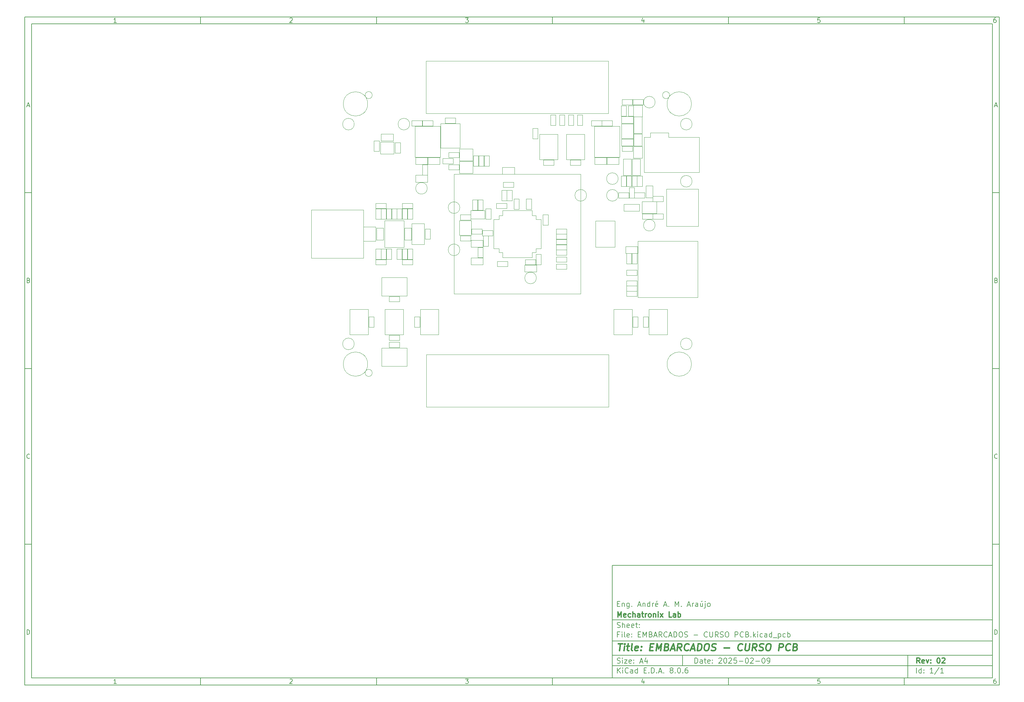
<source format=gbr>
%TF.GenerationSoftware,KiCad,Pcbnew,8.0.6*%
%TF.CreationDate,2025-02-09T14:35:09-03:00*%
%TF.ProjectId,EMBARCADOS - CURSO PCB,454d4241-5243-4414-944f-53202d204355,02*%
%TF.SameCoordinates,Original*%
%TF.FileFunction,Other,User*%
%FSLAX46Y46*%
G04 Gerber Fmt 4.6, Leading zero omitted, Abs format (unit mm)*
G04 Created by KiCad (PCBNEW 8.0.6) date 2025-02-09 14:35:09*
%MOMM*%
%LPD*%
G01*
G04 APERTURE LIST*
%ADD10C,0.100000*%
%ADD11C,0.150000*%
%ADD12C,0.300000*%
%ADD13C,0.400000*%
%ADD14C,0.050000*%
G04 APERTURE END LIST*
D10*
D11*
X177002200Y-166007200D02*
X285002200Y-166007200D01*
X285002200Y-198007200D01*
X177002200Y-198007200D01*
X177002200Y-166007200D01*
D10*
D11*
X10000000Y-10000000D02*
X287002200Y-10000000D01*
X287002200Y-200007200D01*
X10000000Y-200007200D01*
X10000000Y-10000000D01*
D10*
D11*
X12000000Y-12000000D02*
X285002200Y-12000000D01*
X285002200Y-198007200D01*
X12000000Y-198007200D01*
X12000000Y-12000000D01*
D10*
D11*
X60000000Y-12000000D02*
X60000000Y-10000000D01*
D10*
D11*
X110000000Y-12000000D02*
X110000000Y-10000000D01*
D10*
D11*
X160000000Y-12000000D02*
X160000000Y-10000000D01*
D10*
D11*
X210000000Y-12000000D02*
X210000000Y-10000000D01*
D10*
D11*
X260000000Y-12000000D02*
X260000000Y-10000000D01*
D10*
D11*
X36089160Y-11593604D02*
X35346303Y-11593604D01*
X35717731Y-11593604D02*
X35717731Y-10293604D01*
X35717731Y-10293604D02*
X35593922Y-10479319D01*
X35593922Y-10479319D02*
X35470112Y-10603128D01*
X35470112Y-10603128D02*
X35346303Y-10665033D01*
D10*
D11*
X85346303Y-10417414D02*
X85408207Y-10355509D01*
X85408207Y-10355509D02*
X85532017Y-10293604D01*
X85532017Y-10293604D02*
X85841541Y-10293604D01*
X85841541Y-10293604D02*
X85965350Y-10355509D01*
X85965350Y-10355509D02*
X86027255Y-10417414D01*
X86027255Y-10417414D02*
X86089160Y-10541223D01*
X86089160Y-10541223D02*
X86089160Y-10665033D01*
X86089160Y-10665033D02*
X86027255Y-10850747D01*
X86027255Y-10850747D02*
X85284398Y-11593604D01*
X85284398Y-11593604D02*
X86089160Y-11593604D01*
D10*
D11*
X135284398Y-10293604D02*
X136089160Y-10293604D01*
X136089160Y-10293604D02*
X135655826Y-10788842D01*
X135655826Y-10788842D02*
X135841541Y-10788842D01*
X135841541Y-10788842D02*
X135965350Y-10850747D01*
X135965350Y-10850747D02*
X136027255Y-10912652D01*
X136027255Y-10912652D02*
X136089160Y-11036461D01*
X136089160Y-11036461D02*
X136089160Y-11345985D01*
X136089160Y-11345985D02*
X136027255Y-11469795D01*
X136027255Y-11469795D02*
X135965350Y-11531700D01*
X135965350Y-11531700D02*
X135841541Y-11593604D01*
X135841541Y-11593604D02*
X135470112Y-11593604D01*
X135470112Y-11593604D02*
X135346303Y-11531700D01*
X135346303Y-11531700D02*
X135284398Y-11469795D01*
D10*
D11*
X185965350Y-10726938D02*
X185965350Y-11593604D01*
X185655826Y-10231700D02*
X185346303Y-11160271D01*
X185346303Y-11160271D02*
X186151064Y-11160271D01*
D10*
D11*
X236027255Y-10293604D02*
X235408207Y-10293604D01*
X235408207Y-10293604D02*
X235346303Y-10912652D01*
X235346303Y-10912652D02*
X235408207Y-10850747D01*
X235408207Y-10850747D02*
X235532017Y-10788842D01*
X235532017Y-10788842D02*
X235841541Y-10788842D01*
X235841541Y-10788842D02*
X235965350Y-10850747D01*
X235965350Y-10850747D02*
X236027255Y-10912652D01*
X236027255Y-10912652D02*
X236089160Y-11036461D01*
X236089160Y-11036461D02*
X236089160Y-11345985D01*
X236089160Y-11345985D02*
X236027255Y-11469795D01*
X236027255Y-11469795D02*
X235965350Y-11531700D01*
X235965350Y-11531700D02*
X235841541Y-11593604D01*
X235841541Y-11593604D02*
X235532017Y-11593604D01*
X235532017Y-11593604D02*
X235408207Y-11531700D01*
X235408207Y-11531700D02*
X235346303Y-11469795D01*
D10*
D11*
X285965350Y-10293604D02*
X285717731Y-10293604D01*
X285717731Y-10293604D02*
X285593922Y-10355509D01*
X285593922Y-10355509D02*
X285532017Y-10417414D01*
X285532017Y-10417414D02*
X285408207Y-10603128D01*
X285408207Y-10603128D02*
X285346303Y-10850747D01*
X285346303Y-10850747D02*
X285346303Y-11345985D01*
X285346303Y-11345985D02*
X285408207Y-11469795D01*
X285408207Y-11469795D02*
X285470112Y-11531700D01*
X285470112Y-11531700D02*
X285593922Y-11593604D01*
X285593922Y-11593604D02*
X285841541Y-11593604D01*
X285841541Y-11593604D02*
X285965350Y-11531700D01*
X285965350Y-11531700D02*
X286027255Y-11469795D01*
X286027255Y-11469795D02*
X286089160Y-11345985D01*
X286089160Y-11345985D02*
X286089160Y-11036461D01*
X286089160Y-11036461D02*
X286027255Y-10912652D01*
X286027255Y-10912652D02*
X285965350Y-10850747D01*
X285965350Y-10850747D02*
X285841541Y-10788842D01*
X285841541Y-10788842D02*
X285593922Y-10788842D01*
X285593922Y-10788842D02*
X285470112Y-10850747D01*
X285470112Y-10850747D02*
X285408207Y-10912652D01*
X285408207Y-10912652D02*
X285346303Y-11036461D01*
D10*
D11*
X60000000Y-198007200D02*
X60000000Y-200007200D01*
D10*
D11*
X110000000Y-198007200D02*
X110000000Y-200007200D01*
D10*
D11*
X160000000Y-198007200D02*
X160000000Y-200007200D01*
D10*
D11*
X210000000Y-198007200D02*
X210000000Y-200007200D01*
D10*
D11*
X260000000Y-198007200D02*
X260000000Y-200007200D01*
D10*
D11*
X36089160Y-199600804D02*
X35346303Y-199600804D01*
X35717731Y-199600804D02*
X35717731Y-198300804D01*
X35717731Y-198300804D02*
X35593922Y-198486519D01*
X35593922Y-198486519D02*
X35470112Y-198610328D01*
X35470112Y-198610328D02*
X35346303Y-198672233D01*
D10*
D11*
X85346303Y-198424614D02*
X85408207Y-198362709D01*
X85408207Y-198362709D02*
X85532017Y-198300804D01*
X85532017Y-198300804D02*
X85841541Y-198300804D01*
X85841541Y-198300804D02*
X85965350Y-198362709D01*
X85965350Y-198362709D02*
X86027255Y-198424614D01*
X86027255Y-198424614D02*
X86089160Y-198548423D01*
X86089160Y-198548423D02*
X86089160Y-198672233D01*
X86089160Y-198672233D02*
X86027255Y-198857947D01*
X86027255Y-198857947D02*
X85284398Y-199600804D01*
X85284398Y-199600804D02*
X86089160Y-199600804D01*
D10*
D11*
X135284398Y-198300804D02*
X136089160Y-198300804D01*
X136089160Y-198300804D02*
X135655826Y-198796042D01*
X135655826Y-198796042D02*
X135841541Y-198796042D01*
X135841541Y-198796042D02*
X135965350Y-198857947D01*
X135965350Y-198857947D02*
X136027255Y-198919852D01*
X136027255Y-198919852D02*
X136089160Y-199043661D01*
X136089160Y-199043661D02*
X136089160Y-199353185D01*
X136089160Y-199353185D02*
X136027255Y-199476995D01*
X136027255Y-199476995D02*
X135965350Y-199538900D01*
X135965350Y-199538900D02*
X135841541Y-199600804D01*
X135841541Y-199600804D02*
X135470112Y-199600804D01*
X135470112Y-199600804D02*
X135346303Y-199538900D01*
X135346303Y-199538900D02*
X135284398Y-199476995D01*
D10*
D11*
X185965350Y-198734138D02*
X185965350Y-199600804D01*
X185655826Y-198238900D02*
X185346303Y-199167471D01*
X185346303Y-199167471D02*
X186151064Y-199167471D01*
D10*
D11*
X236027255Y-198300804D02*
X235408207Y-198300804D01*
X235408207Y-198300804D02*
X235346303Y-198919852D01*
X235346303Y-198919852D02*
X235408207Y-198857947D01*
X235408207Y-198857947D02*
X235532017Y-198796042D01*
X235532017Y-198796042D02*
X235841541Y-198796042D01*
X235841541Y-198796042D02*
X235965350Y-198857947D01*
X235965350Y-198857947D02*
X236027255Y-198919852D01*
X236027255Y-198919852D02*
X236089160Y-199043661D01*
X236089160Y-199043661D02*
X236089160Y-199353185D01*
X236089160Y-199353185D02*
X236027255Y-199476995D01*
X236027255Y-199476995D02*
X235965350Y-199538900D01*
X235965350Y-199538900D02*
X235841541Y-199600804D01*
X235841541Y-199600804D02*
X235532017Y-199600804D01*
X235532017Y-199600804D02*
X235408207Y-199538900D01*
X235408207Y-199538900D02*
X235346303Y-199476995D01*
D10*
D11*
X285965350Y-198300804D02*
X285717731Y-198300804D01*
X285717731Y-198300804D02*
X285593922Y-198362709D01*
X285593922Y-198362709D02*
X285532017Y-198424614D01*
X285532017Y-198424614D02*
X285408207Y-198610328D01*
X285408207Y-198610328D02*
X285346303Y-198857947D01*
X285346303Y-198857947D02*
X285346303Y-199353185D01*
X285346303Y-199353185D02*
X285408207Y-199476995D01*
X285408207Y-199476995D02*
X285470112Y-199538900D01*
X285470112Y-199538900D02*
X285593922Y-199600804D01*
X285593922Y-199600804D02*
X285841541Y-199600804D01*
X285841541Y-199600804D02*
X285965350Y-199538900D01*
X285965350Y-199538900D02*
X286027255Y-199476995D01*
X286027255Y-199476995D02*
X286089160Y-199353185D01*
X286089160Y-199353185D02*
X286089160Y-199043661D01*
X286089160Y-199043661D02*
X286027255Y-198919852D01*
X286027255Y-198919852D02*
X285965350Y-198857947D01*
X285965350Y-198857947D02*
X285841541Y-198796042D01*
X285841541Y-198796042D02*
X285593922Y-198796042D01*
X285593922Y-198796042D02*
X285470112Y-198857947D01*
X285470112Y-198857947D02*
X285408207Y-198919852D01*
X285408207Y-198919852D02*
X285346303Y-199043661D01*
D10*
D11*
X10000000Y-60000000D02*
X12000000Y-60000000D01*
D10*
D11*
X10000000Y-110000000D02*
X12000000Y-110000000D01*
D10*
D11*
X10000000Y-160000000D02*
X12000000Y-160000000D01*
D10*
D11*
X10690476Y-35222176D02*
X11309523Y-35222176D01*
X10566666Y-35593604D02*
X10999999Y-34293604D01*
X10999999Y-34293604D02*
X11433333Y-35593604D01*
D10*
D11*
X11092857Y-84912652D02*
X11278571Y-84974557D01*
X11278571Y-84974557D02*
X11340476Y-85036461D01*
X11340476Y-85036461D02*
X11402380Y-85160271D01*
X11402380Y-85160271D02*
X11402380Y-85345985D01*
X11402380Y-85345985D02*
X11340476Y-85469795D01*
X11340476Y-85469795D02*
X11278571Y-85531700D01*
X11278571Y-85531700D02*
X11154761Y-85593604D01*
X11154761Y-85593604D02*
X10659523Y-85593604D01*
X10659523Y-85593604D02*
X10659523Y-84293604D01*
X10659523Y-84293604D02*
X11092857Y-84293604D01*
X11092857Y-84293604D02*
X11216666Y-84355509D01*
X11216666Y-84355509D02*
X11278571Y-84417414D01*
X11278571Y-84417414D02*
X11340476Y-84541223D01*
X11340476Y-84541223D02*
X11340476Y-84665033D01*
X11340476Y-84665033D02*
X11278571Y-84788842D01*
X11278571Y-84788842D02*
X11216666Y-84850747D01*
X11216666Y-84850747D02*
X11092857Y-84912652D01*
X11092857Y-84912652D02*
X10659523Y-84912652D01*
D10*
D11*
X11402380Y-135469795D02*
X11340476Y-135531700D01*
X11340476Y-135531700D02*
X11154761Y-135593604D01*
X11154761Y-135593604D02*
X11030952Y-135593604D01*
X11030952Y-135593604D02*
X10845238Y-135531700D01*
X10845238Y-135531700D02*
X10721428Y-135407890D01*
X10721428Y-135407890D02*
X10659523Y-135284080D01*
X10659523Y-135284080D02*
X10597619Y-135036461D01*
X10597619Y-135036461D02*
X10597619Y-134850747D01*
X10597619Y-134850747D02*
X10659523Y-134603128D01*
X10659523Y-134603128D02*
X10721428Y-134479319D01*
X10721428Y-134479319D02*
X10845238Y-134355509D01*
X10845238Y-134355509D02*
X11030952Y-134293604D01*
X11030952Y-134293604D02*
X11154761Y-134293604D01*
X11154761Y-134293604D02*
X11340476Y-134355509D01*
X11340476Y-134355509D02*
X11402380Y-134417414D01*
D10*
D11*
X10659523Y-185593604D02*
X10659523Y-184293604D01*
X10659523Y-184293604D02*
X10969047Y-184293604D01*
X10969047Y-184293604D02*
X11154761Y-184355509D01*
X11154761Y-184355509D02*
X11278571Y-184479319D01*
X11278571Y-184479319D02*
X11340476Y-184603128D01*
X11340476Y-184603128D02*
X11402380Y-184850747D01*
X11402380Y-184850747D02*
X11402380Y-185036461D01*
X11402380Y-185036461D02*
X11340476Y-185284080D01*
X11340476Y-185284080D02*
X11278571Y-185407890D01*
X11278571Y-185407890D02*
X11154761Y-185531700D01*
X11154761Y-185531700D02*
X10969047Y-185593604D01*
X10969047Y-185593604D02*
X10659523Y-185593604D01*
D10*
D11*
X287002200Y-60000000D02*
X285002200Y-60000000D01*
D10*
D11*
X287002200Y-110000000D02*
X285002200Y-110000000D01*
D10*
D11*
X287002200Y-160000000D02*
X285002200Y-160000000D01*
D10*
D11*
X285692676Y-35222176D02*
X286311723Y-35222176D01*
X285568866Y-35593604D02*
X286002199Y-34293604D01*
X286002199Y-34293604D02*
X286435533Y-35593604D01*
D10*
D11*
X286095057Y-84912652D02*
X286280771Y-84974557D01*
X286280771Y-84974557D02*
X286342676Y-85036461D01*
X286342676Y-85036461D02*
X286404580Y-85160271D01*
X286404580Y-85160271D02*
X286404580Y-85345985D01*
X286404580Y-85345985D02*
X286342676Y-85469795D01*
X286342676Y-85469795D02*
X286280771Y-85531700D01*
X286280771Y-85531700D02*
X286156961Y-85593604D01*
X286156961Y-85593604D02*
X285661723Y-85593604D01*
X285661723Y-85593604D02*
X285661723Y-84293604D01*
X285661723Y-84293604D02*
X286095057Y-84293604D01*
X286095057Y-84293604D02*
X286218866Y-84355509D01*
X286218866Y-84355509D02*
X286280771Y-84417414D01*
X286280771Y-84417414D02*
X286342676Y-84541223D01*
X286342676Y-84541223D02*
X286342676Y-84665033D01*
X286342676Y-84665033D02*
X286280771Y-84788842D01*
X286280771Y-84788842D02*
X286218866Y-84850747D01*
X286218866Y-84850747D02*
X286095057Y-84912652D01*
X286095057Y-84912652D02*
X285661723Y-84912652D01*
D10*
D11*
X286404580Y-135469795D02*
X286342676Y-135531700D01*
X286342676Y-135531700D02*
X286156961Y-135593604D01*
X286156961Y-135593604D02*
X286033152Y-135593604D01*
X286033152Y-135593604D02*
X285847438Y-135531700D01*
X285847438Y-135531700D02*
X285723628Y-135407890D01*
X285723628Y-135407890D02*
X285661723Y-135284080D01*
X285661723Y-135284080D02*
X285599819Y-135036461D01*
X285599819Y-135036461D02*
X285599819Y-134850747D01*
X285599819Y-134850747D02*
X285661723Y-134603128D01*
X285661723Y-134603128D02*
X285723628Y-134479319D01*
X285723628Y-134479319D02*
X285847438Y-134355509D01*
X285847438Y-134355509D02*
X286033152Y-134293604D01*
X286033152Y-134293604D02*
X286156961Y-134293604D01*
X286156961Y-134293604D02*
X286342676Y-134355509D01*
X286342676Y-134355509D02*
X286404580Y-134417414D01*
D10*
D11*
X285661723Y-185593604D02*
X285661723Y-184293604D01*
X285661723Y-184293604D02*
X285971247Y-184293604D01*
X285971247Y-184293604D02*
X286156961Y-184355509D01*
X286156961Y-184355509D02*
X286280771Y-184479319D01*
X286280771Y-184479319D02*
X286342676Y-184603128D01*
X286342676Y-184603128D02*
X286404580Y-184850747D01*
X286404580Y-184850747D02*
X286404580Y-185036461D01*
X286404580Y-185036461D02*
X286342676Y-185284080D01*
X286342676Y-185284080D02*
X286280771Y-185407890D01*
X286280771Y-185407890D02*
X286156961Y-185531700D01*
X286156961Y-185531700D02*
X285971247Y-185593604D01*
X285971247Y-185593604D02*
X285661723Y-185593604D01*
D10*
D11*
X200458026Y-193793328D02*
X200458026Y-192293328D01*
X200458026Y-192293328D02*
X200815169Y-192293328D01*
X200815169Y-192293328D02*
X201029455Y-192364757D01*
X201029455Y-192364757D02*
X201172312Y-192507614D01*
X201172312Y-192507614D02*
X201243741Y-192650471D01*
X201243741Y-192650471D02*
X201315169Y-192936185D01*
X201315169Y-192936185D02*
X201315169Y-193150471D01*
X201315169Y-193150471D02*
X201243741Y-193436185D01*
X201243741Y-193436185D02*
X201172312Y-193579042D01*
X201172312Y-193579042D02*
X201029455Y-193721900D01*
X201029455Y-193721900D02*
X200815169Y-193793328D01*
X200815169Y-193793328D02*
X200458026Y-193793328D01*
X202600884Y-193793328D02*
X202600884Y-193007614D01*
X202600884Y-193007614D02*
X202529455Y-192864757D01*
X202529455Y-192864757D02*
X202386598Y-192793328D01*
X202386598Y-192793328D02*
X202100884Y-192793328D01*
X202100884Y-192793328D02*
X201958026Y-192864757D01*
X202600884Y-193721900D02*
X202458026Y-193793328D01*
X202458026Y-193793328D02*
X202100884Y-193793328D01*
X202100884Y-193793328D02*
X201958026Y-193721900D01*
X201958026Y-193721900D02*
X201886598Y-193579042D01*
X201886598Y-193579042D02*
X201886598Y-193436185D01*
X201886598Y-193436185D02*
X201958026Y-193293328D01*
X201958026Y-193293328D02*
X202100884Y-193221900D01*
X202100884Y-193221900D02*
X202458026Y-193221900D01*
X202458026Y-193221900D02*
X202600884Y-193150471D01*
X203100884Y-192793328D02*
X203672312Y-192793328D01*
X203315169Y-192293328D02*
X203315169Y-193579042D01*
X203315169Y-193579042D02*
X203386598Y-193721900D01*
X203386598Y-193721900D02*
X203529455Y-193793328D01*
X203529455Y-193793328D02*
X203672312Y-193793328D01*
X204743741Y-193721900D02*
X204600884Y-193793328D01*
X204600884Y-193793328D02*
X204315170Y-193793328D01*
X204315170Y-193793328D02*
X204172312Y-193721900D01*
X204172312Y-193721900D02*
X204100884Y-193579042D01*
X204100884Y-193579042D02*
X204100884Y-193007614D01*
X204100884Y-193007614D02*
X204172312Y-192864757D01*
X204172312Y-192864757D02*
X204315170Y-192793328D01*
X204315170Y-192793328D02*
X204600884Y-192793328D01*
X204600884Y-192793328D02*
X204743741Y-192864757D01*
X204743741Y-192864757D02*
X204815170Y-193007614D01*
X204815170Y-193007614D02*
X204815170Y-193150471D01*
X204815170Y-193150471D02*
X204100884Y-193293328D01*
X205458026Y-193650471D02*
X205529455Y-193721900D01*
X205529455Y-193721900D02*
X205458026Y-193793328D01*
X205458026Y-193793328D02*
X205386598Y-193721900D01*
X205386598Y-193721900D02*
X205458026Y-193650471D01*
X205458026Y-193650471D02*
X205458026Y-193793328D01*
X205458026Y-192864757D02*
X205529455Y-192936185D01*
X205529455Y-192936185D02*
X205458026Y-193007614D01*
X205458026Y-193007614D02*
X205386598Y-192936185D01*
X205386598Y-192936185D02*
X205458026Y-192864757D01*
X205458026Y-192864757D02*
X205458026Y-193007614D01*
X207243741Y-192436185D02*
X207315169Y-192364757D01*
X207315169Y-192364757D02*
X207458027Y-192293328D01*
X207458027Y-192293328D02*
X207815169Y-192293328D01*
X207815169Y-192293328D02*
X207958027Y-192364757D01*
X207958027Y-192364757D02*
X208029455Y-192436185D01*
X208029455Y-192436185D02*
X208100884Y-192579042D01*
X208100884Y-192579042D02*
X208100884Y-192721900D01*
X208100884Y-192721900D02*
X208029455Y-192936185D01*
X208029455Y-192936185D02*
X207172312Y-193793328D01*
X207172312Y-193793328D02*
X208100884Y-193793328D01*
X209029455Y-192293328D02*
X209172312Y-192293328D01*
X209172312Y-192293328D02*
X209315169Y-192364757D01*
X209315169Y-192364757D02*
X209386598Y-192436185D01*
X209386598Y-192436185D02*
X209458026Y-192579042D01*
X209458026Y-192579042D02*
X209529455Y-192864757D01*
X209529455Y-192864757D02*
X209529455Y-193221900D01*
X209529455Y-193221900D02*
X209458026Y-193507614D01*
X209458026Y-193507614D02*
X209386598Y-193650471D01*
X209386598Y-193650471D02*
X209315169Y-193721900D01*
X209315169Y-193721900D02*
X209172312Y-193793328D01*
X209172312Y-193793328D02*
X209029455Y-193793328D01*
X209029455Y-193793328D02*
X208886598Y-193721900D01*
X208886598Y-193721900D02*
X208815169Y-193650471D01*
X208815169Y-193650471D02*
X208743740Y-193507614D01*
X208743740Y-193507614D02*
X208672312Y-193221900D01*
X208672312Y-193221900D02*
X208672312Y-192864757D01*
X208672312Y-192864757D02*
X208743740Y-192579042D01*
X208743740Y-192579042D02*
X208815169Y-192436185D01*
X208815169Y-192436185D02*
X208886598Y-192364757D01*
X208886598Y-192364757D02*
X209029455Y-192293328D01*
X210100883Y-192436185D02*
X210172311Y-192364757D01*
X210172311Y-192364757D02*
X210315169Y-192293328D01*
X210315169Y-192293328D02*
X210672311Y-192293328D01*
X210672311Y-192293328D02*
X210815169Y-192364757D01*
X210815169Y-192364757D02*
X210886597Y-192436185D01*
X210886597Y-192436185D02*
X210958026Y-192579042D01*
X210958026Y-192579042D02*
X210958026Y-192721900D01*
X210958026Y-192721900D02*
X210886597Y-192936185D01*
X210886597Y-192936185D02*
X210029454Y-193793328D01*
X210029454Y-193793328D02*
X210958026Y-193793328D01*
X212315168Y-192293328D02*
X211600882Y-192293328D01*
X211600882Y-192293328D02*
X211529454Y-193007614D01*
X211529454Y-193007614D02*
X211600882Y-192936185D01*
X211600882Y-192936185D02*
X211743740Y-192864757D01*
X211743740Y-192864757D02*
X212100882Y-192864757D01*
X212100882Y-192864757D02*
X212243740Y-192936185D01*
X212243740Y-192936185D02*
X212315168Y-193007614D01*
X212315168Y-193007614D02*
X212386597Y-193150471D01*
X212386597Y-193150471D02*
X212386597Y-193507614D01*
X212386597Y-193507614D02*
X212315168Y-193650471D01*
X212315168Y-193650471D02*
X212243740Y-193721900D01*
X212243740Y-193721900D02*
X212100882Y-193793328D01*
X212100882Y-193793328D02*
X211743740Y-193793328D01*
X211743740Y-193793328D02*
X211600882Y-193721900D01*
X211600882Y-193721900D02*
X211529454Y-193650471D01*
X213029453Y-193221900D02*
X214172311Y-193221900D01*
X215172311Y-192293328D02*
X215315168Y-192293328D01*
X215315168Y-192293328D02*
X215458025Y-192364757D01*
X215458025Y-192364757D02*
X215529454Y-192436185D01*
X215529454Y-192436185D02*
X215600882Y-192579042D01*
X215600882Y-192579042D02*
X215672311Y-192864757D01*
X215672311Y-192864757D02*
X215672311Y-193221900D01*
X215672311Y-193221900D02*
X215600882Y-193507614D01*
X215600882Y-193507614D02*
X215529454Y-193650471D01*
X215529454Y-193650471D02*
X215458025Y-193721900D01*
X215458025Y-193721900D02*
X215315168Y-193793328D01*
X215315168Y-193793328D02*
X215172311Y-193793328D01*
X215172311Y-193793328D02*
X215029454Y-193721900D01*
X215029454Y-193721900D02*
X214958025Y-193650471D01*
X214958025Y-193650471D02*
X214886596Y-193507614D01*
X214886596Y-193507614D02*
X214815168Y-193221900D01*
X214815168Y-193221900D02*
X214815168Y-192864757D01*
X214815168Y-192864757D02*
X214886596Y-192579042D01*
X214886596Y-192579042D02*
X214958025Y-192436185D01*
X214958025Y-192436185D02*
X215029454Y-192364757D01*
X215029454Y-192364757D02*
X215172311Y-192293328D01*
X216243739Y-192436185D02*
X216315167Y-192364757D01*
X216315167Y-192364757D02*
X216458025Y-192293328D01*
X216458025Y-192293328D02*
X216815167Y-192293328D01*
X216815167Y-192293328D02*
X216958025Y-192364757D01*
X216958025Y-192364757D02*
X217029453Y-192436185D01*
X217029453Y-192436185D02*
X217100882Y-192579042D01*
X217100882Y-192579042D02*
X217100882Y-192721900D01*
X217100882Y-192721900D02*
X217029453Y-192936185D01*
X217029453Y-192936185D02*
X216172310Y-193793328D01*
X216172310Y-193793328D02*
X217100882Y-193793328D01*
X217743738Y-193221900D02*
X218886596Y-193221900D01*
X219886596Y-192293328D02*
X220029453Y-192293328D01*
X220029453Y-192293328D02*
X220172310Y-192364757D01*
X220172310Y-192364757D02*
X220243739Y-192436185D01*
X220243739Y-192436185D02*
X220315167Y-192579042D01*
X220315167Y-192579042D02*
X220386596Y-192864757D01*
X220386596Y-192864757D02*
X220386596Y-193221900D01*
X220386596Y-193221900D02*
X220315167Y-193507614D01*
X220315167Y-193507614D02*
X220243739Y-193650471D01*
X220243739Y-193650471D02*
X220172310Y-193721900D01*
X220172310Y-193721900D02*
X220029453Y-193793328D01*
X220029453Y-193793328D02*
X219886596Y-193793328D01*
X219886596Y-193793328D02*
X219743739Y-193721900D01*
X219743739Y-193721900D02*
X219672310Y-193650471D01*
X219672310Y-193650471D02*
X219600881Y-193507614D01*
X219600881Y-193507614D02*
X219529453Y-193221900D01*
X219529453Y-193221900D02*
X219529453Y-192864757D01*
X219529453Y-192864757D02*
X219600881Y-192579042D01*
X219600881Y-192579042D02*
X219672310Y-192436185D01*
X219672310Y-192436185D02*
X219743739Y-192364757D01*
X219743739Y-192364757D02*
X219886596Y-192293328D01*
X221100881Y-193793328D02*
X221386595Y-193793328D01*
X221386595Y-193793328D02*
X221529452Y-193721900D01*
X221529452Y-193721900D02*
X221600881Y-193650471D01*
X221600881Y-193650471D02*
X221743738Y-193436185D01*
X221743738Y-193436185D02*
X221815167Y-193150471D01*
X221815167Y-193150471D02*
X221815167Y-192579042D01*
X221815167Y-192579042D02*
X221743738Y-192436185D01*
X221743738Y-192436185D02*
X221672310Y-192364757D01*
X221672310Y-192364757D02*
X221529452Y-192293328D01*
X221529452Y-192293328D02*
X221243738Y-192293328D01*
X221243738Y-192293328D02*
X221100881Y-192364757D01*
X221100881Y-192364757D02*
X221029452Y-192436185D01*
X221029452Y-192436185D02*
X220958024Y-192579042D01*
X220958024Y-192579042D02*
X220958024Y-192936185D01*
X220958024Y-192936185D02*
X221029452Y-193079042D01*
X221029452Y-193079042D02*
X221100881Y-193150471D01*
X221100881Y-193150471D02*
X221243738Y-193221900D01*
X221243738Y-193221900D02*
X221529452Y-193221900D01*
X221529452Y-193221900D02*
X221672310Y-193150471D01*
X221672310Y-193150471D02*
X221743738Y-193079042D01*
X221743738Y-193079042D02*
X221815167Y-192936185D01*
D10*
D11*
X177002200Y-194507200D02*
X285002200Y-194507200D01*
D10*
D11*
X178458026Y-196593328D02*
X178458026Y-195093328D01*
X179315169Y-196593328D02*
X178672312Y-195736185D01*
X179315169Y-195093328D02*
X178458026Y-195950471D01*
X179958026Y-196593328D02*
X179958026Y-195593328D01*
X179958026Y-195093328D02*
X179886598Y-195164757D01*
X179886598Y-195164757D02*
X179958026Y-195236185D01*
X179958026Y-195236185D02*
X180029455Y-195164757D01*
X180029455Y-195164757D02*
X179958026Y-195093328D01*
X179958026Y-195093328D02*
X179958026Y-195236185D01*
X181529455Y-196450471D02*
X181458027Y-196521900D01*
X181458027Y-196521900D02*
X181243741Y-196593328D01*
X181243741Y-196593328D02*
X181100884Y-196593328D01*
X181100884Y-196593328D02*
X180886598Y-196521900D01*
X180886598Y-196521900D02*
X180743741Y-196379042D01*
X180743741Y-196379042D02*
X180672312Y-196236185D01*
X180672312Y-196236185D02*
X180600884Y-195950471D01*
X180600884Y-195950471D02*
X180600884Y-195736185D01*
X180600884Y-195736185D02*
X180672312Y-195450471D01*
X180672312Y-195450471D02*
X180743741Y-195307614D01*
X180743741Y-195307614D02*
X180886598Y-195164757D01*
X180886598Y-195164757D02*
X181100884Y-195093328D01*
X181100884Y-195093328D02*
X181243741Y-195093328D01*
X181243741Y-195093328D02*
X181458027Y-195164757D01*
X181458027Y-195164757D02*
X181529455Y-195236185D01*
X182815170Y-196593328D02*
X182815170Y-195807614D01*
X182815170Y-195807614D02*
X182743741Y-195664757D01*
X182743741Y-195664757D02*
X182600884Y-195593328D01*
X182600884Y-195593328D02*
X182315170Y-195593328D01*
X182315170Y-195593328D02*
X182172312Y-195664757D01*
X182815170Y-196521900D02*
X182672312Y-196593328D01*
X182672312Y-196593328D02*
X182315170Y-196593328D01*
X182315170Y-196593328D02*
X182172312Y-196521900D01*
X182172312Y-196521900D02*
X182100884Y-196379042D01*
X182100884Y-196379042D02*
X182100884Y-196236185D01*
X182100884Y-196236185D02*
X182172312Y-196093328D01*
X182172312Y-196093328D02*
X182315170Y-196021900D01*
X182315170Y-196021900D02*
X182672312Y-196021900D01*
X182672312Y-196021900D02*
X182815170Y-195950471D01*
X184172313Y-196593328D02*
X184172313Y-195093328D01*
X184172313Y-196521900D02*
X184029455Y-196593328D01*
X184029455Y-196593328D02*
X183743741Y-196593328D01*
X183743741Y-196593328D02*
X183600884Y-196521900D01*
X183600884Y-196521900D02*
X183529455Y-196450471D01*
X183529455Y-196450471D02*
X183458027Y-196307614D01*
X183458027Y-196307614D02*
X183458027Y-195879042D01*
X183458027Y-195879042D02*
X183529455Y-195736185D01*
X183529455Y-195736185D02*
X183600884Y-195664757D01*
X183600884Y-195664757D02*
X183743741Y-195593328D01*
X183743741Y-195593328D02*
X184029455Y-195593328D01*
X184029455Y-195593328D02*
X184172313Y-195664757D01*
X186029455Y-195807614D02*
X186529455Y-195807614D01*
X186743741Y-196593328D02*
X186029455Y-196593328D01*
X186029455Y-196593328D02*
X186029455Y-195093328D01*
X186029455Y-195093328D02*
X186743741Y-195093328D01*
X187386598Y-196450471D02*
X187458027Y-196521900D01*
X187458027Y-196521900D02*
X187386598Y-196593328D01*
X187386598Y-196593328D02*
X187315170Y-196521900D01*
X187315170Y-196521900D02*
X187386598Y-196450471D01*
X187386598Y-196450471D02*
X187386598Y-196593328D01*
X188100884Y-196593328D02*
X188100884Y-195093328D01*
X188100884Y-195093328D02*
X188458027Y-195093328D01*
X188458027Y-195093328D02*
X188672313Y-195164757D01*
X188672313Y-195164757D02*
X188815170Y-195307614D01*
X188815170Y-195307614D02*
X188886599Y-195450471D01*
X188886599Y-195450471D02*
X188958027Y-195736185D01*
X188958027Y-195736185D02*
X188958027Y-195950471D01*
X188958027Y-195950471D02*
X188886599Y-196236185D01*
X188886599Y-196236185D02*
X188815170Y-196379042D01*
X188815170Y-196379042D02*
X188672313Y-196521900D01*
X188672313Y-196521900D02*
X188458027Y-196593328D01*
X188458027Y-196593328D02*
X188100884Y-196593328D01*
X189600884Y-196450471D02*
X189672313Y-196521900D01*
X189672313Y-196521900D02*
X189600884Y-196593328D01*
X189600884Y-196593328D02*
X189529456Y-196521900D01*
X189529456Y-196521900D02*
X189600884Y-196450471D01*
X189600884Y-196450471D02*
X189600884Y-196593328D01*
X190243742Y-196164757D02*
X190958028Y-196164757D01*
X190100885Y-196593328D02*
X190600885Y-195093328D01*
X190600885Y-195093328D02*
X191100885Y-196593328D01*
X191600884Y-196450471D02*
X191672313Y-196521900D01*
X191672313Y-196521900D02*
X191600884Y-196593328D01*
X191600884Y-196593328D02*
X191529456Y-196521900D01*
X191529456Y-196521900D02*
X191600884Y-196450471D01*
X191600884Y-196450471D02*
X191600884Y-196593328D01*
X193672313Y-195736185D02*
X193529456Y-195664757D01*
X193529456Y-195664757D02*
X193458027Y-195593328D01*
X193458027Y-195593328D02*
X193386599Y-195450471D01*
X193386599Y-195450471D02*
X193386599Y-195379042D01*
X193386599Y-195379042D02*
X193458027Y-195236185D01*
X193458027Y-195236185D02*
X193529456Y-195164757D01*
X193529456Y-195164757D02*
X193672313Y-195093328D01*
X193672313Y-195093328D02*
X193958027Y-195093328D01*
X193958027Y-195093328D02*
X194100885Y-195164757D01*
X194100885Y-195164757D02*
X194172313Y-195236185D01*
X194172313Y-195236185D02*
X194243742Y-195379042D01*
X194243742Y-195379042D02*
X194243742Y-195450471D01*
X194243742Y-195450471D02*
X194172313Y-195593328D01*
X194172313Y-195593328D02*
X194100885Y-195664757D01*
X194100885Y-195664757D02*
X193958027Y-195736185D01*
X193958027Y-195736185D02*
X193672313Y-195736185D01*
X193672313Y-195736185D02*
X193529456Y-195807614D01*
X193529456Y-195807614D02*
X193458027Y-195879042D01*
X193458027Y-195879042D02*
X193386599Y-196021900D01*
X193386599Y-196021900D02*
X193386599Y-196307614D01*
X193386599Y-196307614D02*
X193458027Y-196450471D01*
X193458027Y-196450471D02*
X193529456Y-196521900D01*
X193529456Y-196521900D02*
X193672313Y-196593328D01*
X193672313Y-196593328D02*
X193958027Y-196593328D01*
X193958027Y-196593328D02*
X194100885Y-196521900D01*
X194100885Y-196521900D02*
X194172313Y-196450471D01*
X194172313Y-196450471D02*
X194243742Y-196307614D01*
X194243742Y-196307614D02*
X194243742Y-196021900D01*
X194243742Y-196021900D02*
X194172313Y-195879042D01*
X194172313Y-195879042D02*
X194100885Y-195807614D01*
X194100885Y-195807614D02*
X193958027Y-195736185D01*
X194886598Y-196450471D02*
X194958027Y-196521900D01*
X194958027Y-196521900D02*
X194886598Y-196593328D01*
X194886598Y-196593328D02*
X194815170Y-196521900D01*
X194815170Y-196521900D02*
X194886598Y-196450471D01*
X194886598Y-196450471D02*
X194886598Y-196593328D01*
X195886599Y-195093328D02*
X196029456Y-195093328D01*
X196029456Y-195093328D02*
X196172313Y-195164757D01*
X196172313Y-195164757D02*
X196243742Y-195236185D01*
X196243742Y-195236185D02*
X196315170Y-195379042D01*
X196315170Y-195379042D02*
X196386599Y-195664757D01*
X196386599Y-195664757D02*
X196386599Y-196021900D01*
X196386599Y-196021900D02*
X196315170Y-196307614D01*
X196315170Y-196307614D02*
X196243742Y-196450471D01*
X196243742Y-196450471D02*
X196172313Y-196521900D01*
X196172313Y-196521900D02*
X196029456Y-196593328D01*
X196029456Y-196593328D02*
X195886599Y-196593328D01*
X195886599Y-196593328D02*
X195743742Y-196521900D01*
X195743742Y-196521900D02*
X195672313Y-196450471D01*
X195672313Y-196450471D02*
X195600884Y-196307614D01*
X195600884Y-196307614D02*
X195529456Y-196021900D01*
X195529456Y-196021900D02*
X195529456Y-195664757D01*
X195529456Y-195664757D02*
X195600884Y-195379042D01*
X195600884Y-195379042D02*
X195672313Y-195236185D01*
X195672313Y-195236185D02*
X195743742Y-195164757D01*
X195743742Y-195164757D02*
X195886599Y-195093328D01*
X197029455Y-196450471D02*
X197100884Y-196521900D01*
X197100884Y-196521900D02*
X197029455Y-196593328D01*
X197029455Y-196593328D02*
X196958027Y-196521900D01*
X196958027Y-196521900D02*
X197029455Y-196450471D01*
X197029455Y-196450471D02*
X197029455Y-196593328D01*
X198386599Y-195093328D02*
X198100884Y-195093328D01*
X198100884Y-195093328D02*
X197958027Y-195164757D01*
X197958027Y-195164757D02*
X197886599Y-195236185D01*
X197886599Y-195236185D02*
X197743741Y-195450471D01*
X197743741Y-195450471D02*
X197672313Y-195736185D01*
X197672313Y-195736185D02*
X197672313Y-196307614D01*
X197672313Y-196307614D02*
X197743741Y-196450471D01*
X197743741Y-196450471D02*
X197815170Y-196521900D01*
X197815170Y-196521900D02*
X197958027Y-196593328D01*
X197958027Y-196593328D02*
X198243741Y-196593328D01*
X198243741Y-196593328D02*
X198386599Y-196521900D01*
X198386599Y-196521900D02*
X198458027Y-196450471D01*
X198458027Y-196450471D02*
X198529456Y-196307614D01*
X198529456Y-196307614D02*
X198529456Y-195950471D01*
X198529456Y-195950471D02*
X198458027Y-195807614D01*
X198458027Y-195807614D02*
X198386599Y-195736185D01*
X198386599Y-195736185D02*
X198243741Y-195664757D01*
X198243741Y-195664757D02*
X197958027Y-195664757D01*
X197958027Y-195664757D02*
X197815170Y-195736185D01*
X197815170Y-195736185D02*
X197743741Y-195807614D01*
X197743741Y-195807614D02*
X197672313Y-195950471D01*
D10*
D11*
X177002200Y-191507200D02*
X285002200Y-191507200D01*
D10*
D12*
X264413853Y-193785528D02*
X263913853Y-193071242D01*
X263556710Y-193785528D02*
X263556710Y-192285528D01*
X263556710Y-192285528D02*
X264128139Y-192285528D01*
X264128139Y-192285528D02*
X264270996Y-192356957D01*
X264270996Y-192356957D02*
X264342425Y-192428385D01*
X264342425Y-192428385D02*
X264413853Y-192571242D01*
X264413853Y-192571242D02*
X264413853Y-192785528D01*
X264413853Y-192785528D02*
X264342425Y-192928385D01*
X264342425Y-192928385D02*
X264270996Y-192999814D01*
X264270996Y-192999814D02*
X264128139Y-193071242D01*
X264128139Y-193071242D02*
X263556710Y-193071242D01*
X265628139Y-193714100D02*
X265485282Y-193785528D01*
X265485282Y-193785528D02*
X265199568Y-193785528D01*
X265199568Y-193785528D02*
X265056710Y-193714100D01*
X265056710Y-193714100D02*
X264985282Y-193571242D01*
X264985282Y-193571242D02*
X264985282Y-192999814D01*
X264985282Y-192999814D02*
X265056710Y-192856957D01*
X265056710Y-192856957D02*
X265199568Y-192785528D01*
X265199568Y-192785528D02*
X265485282Y-192785528D01*
X265485282Y-192785528D02*
X265628139Y-192856957D01*
X265628139Y-192856957D02*
X265699568Y-192999814D01*
X265699568Y-192999814D02*
X265699568Y-193142671D01*
X265699568Y-193142671D02*
X264985282Y-193285528D01*
X266199567Y-192785528D02*
X266556710Y-193785528D01*
X266556710Y-193785528D02*
X266913853Y-192785528D01*
X267485281Y-193642671D02*
X267556710Y-193714100D01*
X267556710Y-193714100D02*
X267485281Y-193785528D01*
X267485281Y-193785528D02*
X267413853Y-193714100D01*
X267413853Y-193714100D02*
X267485281Y-193642671D01*
X267485281Y-193642671D02*
X267485281Y-193785528D01*
X267485281Y-192856957D02*
X267556710Y-192928385D01*
X267556710Y-192928385D02*
X267485281Y-192999814D01*
X267485281Y-192999814D02*
X267413853Y-192928385D01*
X267413853Y-192928385D02*
X267485281Y-192856957D01*
X267485281Y-192856957D02*
X267485281Y-192999814D01*
X269628139Y-192285528D02*
X269770996Y-192285528D01*
X269770996Y-192285528D02*
X269913853Y-192356957D01*
X269913853Y-192356957D02*
X269985282Y-192428385D01*
X269985282Y-192428385D02*
X270056710Y-192571242D01*
X270056710Y-192571242D02*
X270128139Y-192856957D01*
X270128139Y-192856957D02*
X270128139Y-193214100D01*
X270128139Y-193214100D02*
X270056710Y-193499814D01*
X270056710Y-193499814D02*
X269985282Y-193642671D01*
X269985282Y-193642671D02*
X269913853Y-193714100D01*
X269913853Y-193714100D02*
X269770996Y-193785528D01*
X269770996Y-193785528D02*
X269628139Y-193785528D01*
X269628139Y-193785528D02*
X269485282Y-193714100D01*
X269485282Y-193714100D02*
X269413853Y-193642671D01*
X269413853Y-193642671D02*
X269342424Y-193499814D01*
X269342424Y-193499814D02*
X269270996Y-193214100D01*
X269270996Y-193214100D02*
X269270996Y-192856957D01*
X269270996Y-192856957D02*
X269342424Y-192571242D01*
X269342424Y-192571242D02*
X269413853Y-192428385D01*
X269413853Y-192428385D02*
X269485282Y-192356957D01*
X269485282Y-192356957D02*
X269628139Y-192285528D01*
X270699567Y-192428385D02*
X270770995Y-192356957D01*
X270770995Y-192356957D02*
X270913853Y-192285528D01*
X270913853Y-192285528D02*
X271270995Y-192285528D01*
X271270995Y-192285528D02*
X271413853Y-192356957D01*
X271413853Y-192356957D02*
X271485281Y-192428385D01*
X271485281Y-192428385D02*
X271556710Y-192571242D01*
X271556710Y-192571242D02*
X271556710Y-192714100D01*
X271556710Y-192714100D02*
X271485281Y-192928385D01*
X271485281Y-192928385D02*
X270628138Y-193785528D01*
X270628138Y-193785528D02*
X271556710Y-193785528D01*
D10*
D11*
X178386598Y-193721900D02*
X178600884Y-193793328D01*
X178600884Y-193793328D02*
X178958026Y-193793328D01*
X178958026Y-193793328D02*
X179100884Y-193721900D01*
X179100884Y-193721900D02*
X179172312Y-193650471D01*
X179172312Y-193650471D02*
X179243741Y-193507614D01*
X179243741Y-193507614D02*
X179243741Y-193364757D01*
X179243741Y-193364757D02*
X179172312Y-193221900D01*
X179172312Y-193221900D02*
X179100884Y-193150471D01*
X179100884Y-193150471D02*
X178958026Y-193079042D01*
X178958026Y-193079042D02*
X178672312Y-193007614D01*
X178672312Y-193007614D02*
X178529455Y-192936185D01*
X178529455Y-192936185D02*
X178458026Y-192864757D01*
X178458026Y-192864757D02*
X178386598Y-192721900D01*
X178386598Y-192721900D02*
X178386598Y-192579042D01*
X178386598Y-192579042D02*
X178458026Y-192436185D01*
X178458026Y-192436185D02*
X178529455Y-192364757D01*
X178529455Y-192364757D02*
X178672312Y-192293328D01*
X178672312Y-192293328D02*
X179029455Y-192293328D01*
X179029455Y-192293328D02*
X179243741Y-192364757D01*
X179886597Y-193793328D02*
X179886597Y-192793328D01*
X179886597Y-192293328D02*
X179815169Y-192364757D01*
X179815169Y-192364757D02*
X179886597Y-192436185D01*
X179886597Y-192436185D02*
X179958026Y-192364757D01*
X179958026Y-192364757D02*
X179886597Y-192293328D01*
X179886597Y-192293328D02*
X179886597Y-192436185D01*
X180458026Y-192793328D02*
X181243741Y-192793328D01*
X181243741Y-192793328D02*
X180458026Y-193793328D01*
X180458026Y-193793328D02*
X181243741Y-193793328D01*
X182386598Y-193721900D02*
X182243741Y-193793328D01*
X182243741Y-193793328D02*
X181958027Y-193793328D01*
X181958027Y-193793328D02*
X181815169Y-193721900D01*
X181815169Y-193721900D02*
X181743741Y-193579042D01*
X181743741Y-193579042D02*
X181743741Y-193007614D01*
X181743741Y-193007614D02*
X181815169Y-192864757D01*
X181815169Y-192864757D02*
X181958027Y-192793328D01*
X181958027Y-192793328D02*
X182243741Y-192793328D01*
X182243741Y-192793328D02*
X182386598Y-192864757D01*
X182386598Y-192864757D02*
X182458027Y-193007614D01*
X182458027Y-193007614D02*
X182458027Y-193150471D01*
X182458027Y-193150471D02*
X181743741Y-193293328D01*
X183100883Y-193650471D02*
X183172312Y-193721900D01*
X183172312Y-193721900D02*
X183100883Y-193793328D01*
X183100883Y-193793328D02*
X183029455Y-193721900D01*
X183029455Y-193721900D02*
X183100883Y-193650471D01*
X183100883Y-193650471D02*
X183100883Y-193793328D01*
X183100883Y-192864757D02*
X183172312Y-192936185D01*
X183172312Y-192936185D02*
X183100883Y-193007614D01*
X183100883Y-193007614D02*
X183029455Y-192936185D01*
X183029455Y-192936185D02*
X183100883Y-192864757D01*
X183100883Y-192864757D02*
X183100883Y-193007614D01*
X184886598Y-193364757D02*
X185600884Y-193364757D01*
X184743741Y-193793328D02*
X185243741Y-192293328D01*
X185243741Y-192293328D02*
X185743741Y-193793328D01*
X186886598Y-192793328D02*
X186886598Y-193793328D01*
X186529455Y-192221900D02*
X186172312Y-193293328D01*
X186172312Y-193293328D02*
X187100883Y-193293328D01*
D10*
D11*
X263458026Y-196593328D02*
X263458026Y-195093328D01*
X264815170Y-196593328D02*
X264815170Y-195093328D01*
X264815170Y-196521900D02*
X264672312Y-196593328D01*
X264672312Y-196593328D02*
X264386598Y-196593328D01*
X264386598Y-196593328D02*
X264243741Y-196521900D01*
X264243741Y-196521900D02*
X264172312Y-196450471D01*
X264172312Y-196450471D02*
X264100884Y-196307614D01*
X264100884Y-196307614D02*
X264100884Y-195879042D01*
X264100884Y-195879042D02*
X264172312Y-195736185D01*
X264172312Y-195736185D02*
X264243741Y-195664757D01*
X264243741Y-195664757D02*
X264386598Y-195593328D01*
X264386598Y-195593328D02*
X264672312Y-195593328D01*
X264672312Y-195593328D02*
X264815170Y-195664757D01*
X265529455Y-196450471D02*
X265600884Y-196521900D01*
X265600884Y-196521900D02*
X265529455Y-196593328D01*
X265529455Y-196593328D02*
X265458027Y-196521900D01*
X265458027Y-196521900D02*
X265529455Y-196450471D01*
X265529455Y-196450471D02*
X265529455Y-196593328D01*
X265529455Y-195664757D02*
X265600884Y-195736185D01*
X265600884Y-195736185D02*
X265529455Y-195807614D01*
X265529455Y-195807614D02*
X265458027Y-195736185D01*
X265458027Y-195736185D02*
X265529455Y-195664757D01*
X265529455Y-195664757D02*
X265529455Y-195807614D01*
X268172313Y-196593328D02*
X267315170Y-196593328D01*
X267743741Y-196593328D02*
X267743741Y-195093328D01*
X267743741Y-195093328D02*
X267600884Y-195307614D01*
X267600884Y-195307614D02*
X267458027Y-195450471D01*
X267458027Y-195450471D02*
X267315170Y-195521900D01*
X269886598Y-195021900D02*
X268600884Y-196950471D01*
X271172313Y-196593328D02*
X270315170Y-196593328D01*
X270743741Y-196593328D02*
X270743741Y-195093328D01*
X270743741Y-195093328D02*
X270600884Y-195307614D01*
X270600884Y-195307614D02*
X270458027Y-195450471D01*
X270458027Y-195450471D02*
X270315170Y-195521900D01*
D10*
D11*
X177002200Y-187507200D02*
X285002200Y-187507200D01*
D10*
D13*
X178693928Y-188211638D02*
X179836785Y-188211638D01*
X179015357Y-190211638D02*
X179265357Y-188211638D01*
X180253452Y-190211638D02*
X180420119Y-188878304D01*
X180503452Y-188211638D02*
X180396309Y-188306876D01*
X180396309Y-188306876D02*
X180479643Y-188402114D01*
X180479643Y-188402114D02*
X180586786Y-188306876D01*
X180586786Y-188306876D02*
X180503452Y-188211638D01*
X180503452Y-188211638D02*
X180479643Y-188402114D01*
X181086786Y-188878304D02*
X181848690Y-188878304D01*
X181455833Y-188211638D02*
X181241548Y-189925923D01*
X181241548Y-189925923D02*
X181312976Y-190116400D01*
X181312976Y-190116400D02*
X181491548Y-190211638D01*
X181491548Y-190211638D02*
X181682024Y-190211638D01*
X182634405Y-190211638D02*
X182455833Y-190116400D01*
X182455833Y-190116400D02*
X182384405Y-189925923D01*
X182384405Y-189925923D02*
X182598690Y-188211638D01*
X184170119Y-190116400D02*
X183967738Y-190211638D01*
X183967738Y-190211638D02*
X183586785Y-190211638D01*
X183586785Y-190211638D02*
X183408214Y-190116400D01*
X183408214Y-190116400D02*
X183336785Y-189925923D01*
X183336785Y-189925923D02*
X183432024Y-189164019D01*
X183432024Y-189164019D02*
X183551071Y-188973542D01*
X183551071Y-188973542D02*
X183753452Y-188878304D01*
X183753452Y-188878304D02*
X184134404Y-188878304D01*
X184134404Y-188878304D02*
X184312976Y-188973542D01*
X184312976Y-188973542D02*
X184384404Y-189164019D01*
X184384404Y-189164019D02*
X184360595Y-189354495D01*
X184360595Y-189354495D02*
X183384404Y-189544971D01*
X185134405Y-190021161D02*
X185217738Y-190116400D01*
X185217738Y-190116400D02*
X185110595Y-190211638D01*
X185110595Y-190211638D02*
X185027262Y-190116400D01*
X185027262Y-190116400D02*
X185134405Y-190021161D01*
X185134405Y-190021161D02*
X185110595Y-190211638D01*
X185265357Y-188973542D02*
X185348690Y-189068780D01*
X185348690Y-189068780D02*
X185241548Y-189164019D01*
X185241548Y-189164019D02*
X185158214Y-189068780D01*
X185158214Y-189068780D02*
X185265357Y-188973542D01*
X185265357Y-188973542D02*
X185241548Y-189164019D01*
X187717739Y-189164019D02*
X188384405Y-189164019D01*
X188539167Y-190211638D02*
X187586786Y-190211638D01*
X187586786Y-190211638D02*
X187836786Y-188211638D01*
X187836786Y-188211638D02*
X188789167Y-188211638D01*
X189396310Y-190211638D02*
X189646310Y-188211638D01*
X189646310Y-188211638D02*
X190134405Y-189640209D01*
X190134405Y-189640209D02*
X190979644Y-188211638D01*
X190979644Y-188211638D02*
X190729644Y-190211638D01*
X192479643Y-189164019D02*
X192753453Y-189259257D01*
X192753453Y-189259257D02*
X192836786Y-189354495D01*
X192836786Y-189354495D02*
X192908215Y-189544971D01*
X192908215Y-189544971D02*
X192872500Y-189830685D01*
X192872500Y-189830685D02*
X192753453Y-190021161D01*
X192753453Y-190021161D02*
X192646310Y-190116400D01*
X192646310Y-190116400D02*
X192443929Y-190211638D01*
X192443929Y-190211638D02*
X191682024Y-190211638D01*
X191682024Y-190211638D02*
X191932024Y-188211638D01*
X191932024Y-188211638D02*
X192598691Y-188211638D01*
X192598691Y-188211638D02*
X192777262Y-188306876D01*
X192777262Y-188306876D02*
X192860596Y-188402114D01*
X192860596Y-188402114D02*
X192932024Y-188592590D01*
X192932024Y-188592590D02*
X192908215Y-188783066D01*
X192908215Y-188783066D02*
X192789167Y-188973542D01*
X192789167Y-188973542D02*
X192682024Y-189068780D01*
X192682024Y-189068780D02*
X192479643Y-189164019D01*
X192479643Y-189164019D02*
X191812977Y-189164019D01*
X193658215Y-189640209D02*
X194610596Y-189640209D01*
X193396310Y-190211638D02*
X194312977Y-188211638D01*
X194312977Y-188211638D02*
X194729643Y-190211638D01*
X196539167Y-190211638D02*
X195991548Y-189259257D01*
X195396310Y-190211638D02*
X195646310Y-188211638D01*
X195646310Y-188211638D02*
X196408215Y-188211638D01*
X196408215Y-188211638D02*
X196586786Y-188306876D01*
X196586786Y-188306876D02*
X196670120Y-188402114D01*
X196670120Y-188402114D02*
X196741548Y-188592590D01*
X196741548Y-188592590D02*
X196705834Y-188878304D01*
X196705834Y-188878304D02*
X196586786Y-189068780D01*
X196586786Y-189068780D02*
X196479644Y-189164019D01*
X196479644Y-189164019D02*
X196277263Y-189259257D01*
X196277263Y-189259257D02*
X195515358Y-189259257D01*
X198562977Y-190021161D02*
X198455834Y-190116400D01*
X198455834Y-190116400D02*
X198158215Y-190211638D01*
X198158215Y-190211638D02*
X197967739Y-190211638D01*
X197967739Y-190211638D02*
X197693929Y-190116400D01*
X197693929Y-190116400D02*
X197527263Y-189925923D01*
X197527263Y-189925923D02*
X197455834Y-189735447D01*
X197455834Y-189735447D02*
X197408215Y-189354495D01*
X197408215Y-189354495D02*
X197443929Y-189068780D01*
X197443929Y-189068780D02*
X197586786Y-188687828D01*
X197586786Y-188687828D02*
X197705834Y-188497352D01*
X197705834Y-188497352D02*
X197920120Y-188306876D01*
X197920120Y-188306876D02*
X198217739Y-188211638D01*
X198217739Y-188211638D02*
X198408215Y-188211638D01*
X198408215Y-188211638D02*
X198682025Y-188306876D01*
X198682025Y-188306876D02*
X198765358Y-188402114D01*
X199372501Y-189640209D02*
X200324882Y-189640209D01*
X199110596Y-190211638D02*
X200027263Y-188211638D01*
X200027263Y-188211638D02*
X200443929Y-190211638D01*
X201110596Y-190211638D02*
X201360596Y-188211638D01*
X201360596Y-188211638D02*
X201836787Y-188211638D01*
X201836787Y-188211638D02*
X202110596Y-188306876D01*
X202110596Y-188306876D02*
X202277263Y-188497352D01*
X202277263Y-188497352D02*
X202348691Y-188687828D01*
X202348691Y-188687828D02*
X202396311Y-189068780D01*
X202396311Y-189068780D02*
X202360596Y-189354495D01*
X202360596Y-189354495D02*
X202217739Y-189735447D01*
X202217739Y-189735447D02*
X202098691Y-189925923D01*
X202098691Y-189925923D02*
X201884406Y-190116400D01*
X201884406Y-190116400D02*
X201586787Y-190211638D01*
X201586787Y-190211638D02*
X201110596Y-190211638D01*
X203741549Y-188211638D02*
X204122501Y-188211638D01*
X204122501Y-188211638D02*
X204301072Y-188306876D01*
X204301072Y-188306876D02*
X204467739Y-188497352D01*
X204467739Y-188497352D02*
X204515358Y-188878304D01*
X204515358Y-188878304D02*
X204432025Y-189544971D01*
X204432025Y-189544971D02*
X204289168Y-189925923D01*
X204289168Y-189925923D02*
X204074882Y-190116400D01*
X204074882Y-190116400D02*
X203872501Y-190211638D01*
X203872501Y-190211638D02*
X203491549Y-190211638D01*
X203491549Y-190211638D02*
X203312977Y-190116400D01*
X203312977Y-190116400D02*
X203146311Y-189925923D01*
X203146311Y-189925923D02*
X203098691Y-189544971D01*
X203098691Y-189544971D02*
X203182025Y-188878304D01*
X203182025Y-188878304D02*
X203324882Y-188497352D01*
X203324882Y-188497352D02*
X203539168Y-188306876D01*
X203539168Y-188306876D02*
X203741549Y-188211638D01*
X205122501Y-190116400D02*
X205396310Y-190211638D01*
X205396310Y-190211638D02*
X205872501Y-190211638D01*
X205872501Y-190211638D02*
X206074882Y-190116400D01*
X206074882Y-190116400D02*
X206182025Y-190021161D01*
X206182025Y-190021161D02*
X206301072Y-189830685D01*
X206301072Y-189830685D02*
X206324882Y-189640209D01*
X206324882Y-189640209D02*
X206253453Y-189449733D01*
X206253453Y-189449733D02*
X206170120Y-189354495D01*
X206170120Y-189354495D02*
X205991549Y-189259257D01*
X205991549Y-189259257D02*
X205622501Y-189164019D01*
X205622501Y-189164019D02*
X205443929Y-189068780D01*
X205443929Y-189068780D02*
X205360596Y-188973542D01*
X205360596Y-188973542D02*
X205289168Y-188783066D01*
X205289168Y-188783066D02*
X205312977Y-188592590D01*
X205312977Y-188592590D02*
X205432025Y-188402114D01*
X205432025Y-188402114D02*
X205539168Y-188306876D01*
X205539168Y-188306876D02*
X205741549Y-188211638D01*
X205741549Y-188211638D02*
X206217739Y-188211638D01*
X206217739Y-188211638D02*
X206491549Y-188306876D01*
X208729644Y-189449733D02*
X210253454Y-189449733D01*
X213801073Y-190021161D02*
X213693930Y-190116400D01*
X213693930Y-190116400D02*
X213396311Y-190211638D01*
X213396311Y-190211638D02*
X213205835Y-190211638D01*
X213205835Y-190211638D02*
X212932025Y-190116400D01*
X212932025Y-190116400D02*
X212765359Y-189925923D01*
X212765359Y-189925923D02*
X212693930Y-189735447D01*
X212693930Y-189735447D02*
X212646311Y-189354495D01*
X212646311Y-189354495D02*
X212682025Y-189068780D01*
X212682025Y-189068780D02*
X212824882Y-188687828D01*
X212824882Y-188687828D02*
X212943930Y-188497352D01*
X212943930Y-188497352D02*
X213158216Y-188306876D01*
X213158216Y-188306876D02*
X213455835Y-188211638D01*
X213455835Y-188211638D02*
X213646311Y-188211638D01*
X213646311Y-188211638D02*
X213920121Y-188306876D01*
X213920121Y-188306876D02*
X214003454Y-188402114D01*
X214884406Y-188211638D02*
X214682025Y-189830685D01*
X214682025Y-189830685D02*
X214753454Y-190021161D01*
X214753454Y-190021161D02*
X214836787Y-190116400D01*
X214836787Y-190116400D02*
X215015359Y-190211638D01*
X215015359Y-190211638D02*
X215396311Y-190211638D01*
X215396311Y-190211638D02*
X215598692Y-190116400D01*
X215598692Y-190116400D02*
X215705835Y-190021161D01*
X215705835Y-190021161D02*
X215824882Y-189830685D01*
X215824882Y-189830685D02*
X216027263Y-188211638D01*
X217872501Y-190211638D02*
X217324882Y-189259257D01*
X216729644Y-190211638D02*
X216979644Y-188211638D01*
X216979644Y-188211638D02*
X217741549Y-188211638D01*
X217741549Y-188211638D02*
X217920120Y-188306876D01*
X217920120Y-188306876D02*
X218003454Y-188402114D01*
X218003454Y-188402114D02*
X218074882Y-188592590D01*
X218074882Y-188592590D02*
X218039168Y-188878304D01*
X218039168Y-188878304D02*
X217920120Y-189068780D01*
X217920120Y-189068780D02*
X217812978Y-189164019D01*
X217812978Y-189164019D02*
X217610597Y-189259257D01*
X217610597Y-189259257D02*
X216848692Y-189259257D01*
X218646311Y-190116400D02*
X218920120Y-190211638D01*
X218920120Y-190211638D02*
X219396311Y-190211638D01*
X219396311Y-190211638D02*
X219598692Y-190116400D01*
X219598692Y-190116400D02*
X219705835Y-190021161D01*
X219705835Y-190021161D02*
X219824882Y-189830685D01*
X219824882Y-189830685D02*
X219848692Y-189640209D01*
X219848692Y-189640209D02*
X219777263Y-189449733D01*
X219777263Y-189449733D02*
X219693930Y-189354495D01*
X219693930Y-189354495D02*
X219515359Y-189259257D01*
X219515359Y-189259257D02*
X219146311Y-189164019D01*
X219146311Y-189164019D02*
X218967739Y-189068780D01*
X218967739Y-189068780D02*
X218884406Y-188973542D01*
X218884406Y-188973542D02*
X218812978Y-188783066D01*
X218812978Y-188783066D02*
X218836787Y-188592590D01*
X218836787Y-188592590D02*
X218955835Y-188402114D01*
X218955835Y-188402114D02*
X219062978Y-188306876D01*
X219062978Y-188306876D02*
X219265359Y-188211638D01*
X219265359Y-188211638D02*
X219741549Y-188211638D01*
X219741549Y-188211638D02*
X220015359Y-188306876D01*
X221265359Y-188211638D02*
X221646311Y-188211638D01*
X221646311Y-188211638D02*
X221824882Y-188306876D01*
X221824882Y-188306876D02*
X221991549Y-188497352D01*
X221991549Y-188497352D02*
X222039168Y-188878304D01*
X222039168Y-188878304D02*
X221955835Y-189544971D01*
X221955835Y-189544971D02*
X221812978Y-189925923D01*
X221812978Y-189925923D02*
X221598692Y-190116400D01*
X221598692Y-190116400D02*
X221396311Y-190211638D01*
X221396311Y-190211638D02*
X221015359Y-190211638D01*
X221015359Y-190211638D02*
X220836787Y-190116400D01*
X220836787Y-190116400D02*
X220670121Y-189925923D01*
X220670121Y-189925923D02*
X220622501Y-189544971D01*
X220622501Y-189544971D02*
X220705835Y-188878304D01*
X220705835Y-188878304D02*
X220848692Y-188497352D01*
X220848692Y-188497352D02*
X221062978Y-188306876D01*
X221062978Y-188306876D02*
X221265359Y-188211638D01*
X224253454Y-190211638D02*
X224503454Y-188211638D01*
X224503454Y-188211638D02*
X225265359Y-188211638D01*
X225265359Y-188211638D02*
X225443930Y-188306876D01*
X225443930Y-188306876D02*
X225527264Y-188402114D01*
X225527264Y-188402114D02*
X225598692Y-188592590D01*
X225598692Y-188592590D02*
X225562978Y-188878304D01*
X225562978Y-188878304D02*
X225443930Y-189068780D01*
X225443930Y-189068780D02*
X225336788Y-189164019D01*
X225336788Y-189164019D02*
X225134407Y-189259257D01*
X225134407Y-189259257D02*
X224372502Y-189259257D01*
X227420121Y-190021161D02*
X227312978Y-190116400D01*
X227312978Y-190116400D02*
X227015359Y-190211638D01*
X227015359Y-190211638D02*
X226824883Y-190211638D01*
X226824883Y-190211638D02*
X226551073Y-190116400D01*
X226551073Y-190116400D02*
X226384407Y-189925923D01*
X226384407Y-189925923D02*
X226312978Y-189735447D01*
X226312978Y-189735447D02*
X226265359Y-189354495D01*
X226265359Y-189354495D02*
X226301073Y-189068780D01*
X226301073Y-189068780D02*
X226443930Y-188687828D01*
X226443930Y-188687828D02*
X226562978Y-188497352D01*
X226562978Y-188497352D02*
X226777264Y-188306876D01*
X226777264Y-188306876D02*
X227074883Y-188211638D01*
X227074883Y-188211638D02*
X227265359Y-188211638D01*
X227265359Y-188211638D02*
X227539169Y-188306876D01*
X227539169Y-188306876D02*
X227622502Y-188402114D01*
X229051073Y-189164019D02*
X229324883Y-189259257D01*
X229324883Y-189259257D02*
X229408216Y-189354495D01*
X229408216Y-189354495D02*
X229479645Y-189544971D01*
X229479645Y-189544971D02*
X229443930Y-189830685D01*
X229443930Y-189830685D02*
X229324883Y-190021161D01*
X229324883Y-190021161D02*
X229217740Y-190116400D01*
X229217740Y-190116400D02*
X229015359Y-190211638D01*
X229015359Y-190211638D02*
X228253454Y-190211638D01*
X228253454Y-190211638D02*
X228503454Y-188211638D01*
X228503454Y-188211638D02*
X229170121Y-188211638D01*
X229170121Y-188211638D02*
X229348692Y-188306876D01*
X229348692Y-188306876D02*
X229432026Y-188402114D01*
X229432026Y-188402114D02*
X229503454Y-188592590D01*
X229503454Y-188592590D02*
X229479645Y-188783066D01*
X229479645Y-188783066D02*
X229360597Y-188973542D01*
X229360597Y-188973542D02*
X229253454Y-189068780D01*
X229253454Y-189068780D02*
X229051073Y-189164019D01*
X229051073Y-189164019D02*
X228384407Y-189164019D01*
D10*
D11*
X178958026Y-185607614D02*
X178458026Y-185607614D01*
X178458026Y-186393328D02*
X178458026Y-184893328D01*
X178458026Y-184893328D02*
X179172312Y-184893328D01*
X179743740Y-186393328D02*
X179743740Y-185393328D01*
X179743740Y-184893328D02*
X179672312Y-184964757D01*
X179672312Y-184964757D02*
X179743740Y-185036185D01*
X179743740Y-185036185D02*
X179815169Y-184964757D01*
X179815169Y-184964757D02*
X179743740Y-184893328D01*
X179743740Y-184893328D02*
X179743740Y-185036185D01*
X180672312Y-186393328D02*
X180529455Y-186321900D01*
X180529455Y-186321900D02*
X180458026Y-186179042D01*
X180458026Y-186179042D02*
X180458026Y-184893328D01*
X181815169Y-186321900D02*
X181672312Y-186393328D01*
X181672312Y-186393328D02*
X181386598Y-186393328D01*
X181386598Y-186393328D02*
X181243740Y-186321900D01*
X181243740Y-186321900D02*
X181172312Y-186179042D01*
X181172312Y-186179042D02*
X181172312Y-185607614D01*
X181172312Y-185607614D02*
X181243740Y-185464757D01*
X181243740Y-185464757D02*
X181386598Y-185393328D01*
X181386598Y-185393328D02*
X181672312Y-185393328D01*
X181672312Y-185393328D02*
X181815169Y-185464757D01*
X181815169Y-185464757D02*
X181886598Y-185607614D01*
X181886598Y-185607614D02*
X181886598Y-185750471D01*
X181886598Y-185750471D02*
X181172312Y-185893328D01*
X182529454Y-186250471D02*
X182600883Y-186321900D01*
X182600883Y-186321900D02*
X182529454Y-186393328D01*
X182529454Y-186393328D02*
X182458026Y-186321900D01*
X182458026Y-186321900D02*
X182529454Y-186250471D01*
X182529454Y-186250471D02*
X182529454Y-186393328D01*
X182529454Y-185464757D02*
X182600883Y-185536185D01*
X182600883Y-185536185D02*
X182529454Y-185607614D01*
X182529454Y-185607614D02*
X182458026Y-185536185D01*
X182458026Y-185536185D02*
X182529454Y-185464757D01*
X182529454Y-185464757D02*
X182529454Y-185607614D01*
X184386597Y-185607614D02*
X184886597Y-185607614D01*
X185100883Y-186393328D02*
X184386597Y-186393328D01*
X184386597Y-186393328D02*
X184386597Y-184893328D01*
X184386597Y-184893328D02*
X185100883Y-184893328D01*
X185743740Y-186393328D02*
X185743740Y-184893328D01*
X185743740Y-184893328D02*
X186243740Y-185964757D01*
X186243740Y-185964757D02*
X186743740Y-184893328D01*
X186743740Y-184893328D02*
X186743740Y-186393328D01*
X187958026Y-185607614D02*
X188172312Y-185679042D01*
X188172312Y-185679042D02*
X188243741Y-185750471D01*
X188243741Y-185750471D02*
X188315169Y-185893328D01*
X188315169Y-185893328D02*
X188315169Y-186107614D01*
X188315169Y-186107614D02*
X188243741Y-186250471D01*
X188243741Y-186250471D02*
X188172312Y-186321900D01*
X188172312Y-186321900D02*
X188029455Y-186393328D01*
X188029455Y-186393328D02*
X187458026Y-186393328D01*
X187458026Y-186393328D02*
X187458026Y-184893328D01*
X187458026Y-184893328D02*
X187958026Y-184893328D01*
X187958026Y-184893328D02*
X188100884Y-184964757D01*
X188100884Y-184964757D02*
X188172312Y-185036185D01*
X188172312Y-185036185D02*
X188243741Y-185179042D01*
X188243741Y-185179042D02*
X188243741Y-185321900D01*
X188243741Y-185321900D02*
X188172312Y-185464757D01*
X188172312Y-185464757D02*
X188100884Y-185536185D01*
X188100884Y-185536185D02*
X187958026Y-185607614D01*
X187958026Y-185607614D02*
X187458026Y-185607614D01*
X188886598Y-185964757D02*
X189600884Y-185964757D01*
X188743741Y-186393328D02*
X189243741Y-184893328D01*
X189243741Y-184893328D02*
X189743741Y-186393328D01*
X191100883Y-186393328D02*
X190600883Y-185679042D01*
X190243740Y-186393328D02*
X190243740Y-184893328D01*
X190243740Y-184893328D02*
X190815169Y-184893328D01*
X190815169Y-184893328D02*
X190958026Y-184964757D01*
X190958026Y-184964757D02*
X191029455Y-185036185D01*
X191029455Y-185036185D02*
X191100883Y-185179042D01*
X191100883Y-185179042D02*
X191100883Y-185393328D01*
X191100883Y-185393328D02*
X191029455Y-185536185D01*
X191029455Y-185536185D02*
X190958026Y-185607614D01*
X190958026Y-185607614D02*
X190815169Y-185679042D01*
X190815169Y-185679042D02*
X190243740Y-185679042D01*
X192600883Y-186250471D02*
X192529455Y-186321900D01*
X192529455Y-186321900D02*
X192315169Y-186393328D01*
X192315169Y-186393328D02*
X192172312Y-186393328D01*
X192172312Y-186393328D02*
X191958026Y-186321900D01*
X191958026Y-186321900D02*
X191815169Y-186179042D01*
X191815169Y-186179042D02*
X191743740Y-186036185D01*
X191743740Y-186036185D02*
X191672312Y-185750471D01*
X191672312Y-185750471D02*
X191672312Y-185536185D01*
X191672312Y-185536185D02*
X191743740Y-185250471D01*
X191743740Y-185250471D02*
X191815169Y-185107614D01*
X191815169Y-185107614D02*
X191958026Y-184964757D01*
X191958026Y-184964757D02*
X192172312Y-184893328D01*
X192172312Y-184893328D02*
X192315169Y-184893328D01*
X192315169Y-184893328D02*
X192529455Y-184964757D01*
X192529455Y-184964757D02*
X192600883Y-185036185D01*
X193172312Y-185964757D02*
X193886598Y-185964757D01*
X193029455Y-186393328D02*
X193529455Y-184893328D01*
X193529455Y-184893328D02*
X194029455Y-186393328D01*
X194529454Y-186393328D02*
X194529454Y-184893328D01*
X194529454Y-184893328D02*
X194886597Y-184893328D01*
X194886597Y-184893328D02*
X195100883Y-184964757D01*
X195100883Y-184964757D02*
X195243740Y-185107614D01*
X195243740Y-185107614D02*
X195315169Y-185250471D01*
X195315169Y-185250471D02*
X195386597Y-185536185D01*
X195386597Y-185536185D02*
X195386597Y-185750471D01*
X195386597Y-185750471D02*
X195315169Y-186036185D01*
X195315169Y-186036185D02*
X195243740Y-186179042D01*
X195243740Y-186179042D02*
X195100883Y-186321900D01*
X195100883Y-186321900D02*
X194886597Y-186393328D01*
X194886597Y-186393328D02*
X194529454Y-186393328D01*
X196315169Y-184893328D02*
X196600883Y-184893328D01*
X196600883Y-184893328D02*
X196743740Y-184964757D01*
X196743740Y-184964757D02*
X196886597Y-185107614D01*
X196886597Y-185107614D02*
X196958026Y-185393328D01*
X196958026Y-185393328D02*
X196958026Y-185893328D01*
X196958026Y-185893328D02*
X196886597Y-186179042D01*
X196886597Y-186179042D02*
X196743740Y-186321900D01*
X196743740Y-186321900D02*
X196600883Y-186393328D01*
X196600883Y-186393328D02*
X196315169Y-186393328D01*
X196315169Y-186393328D02*
X196172312Y-186321900D01*
X196172312Y-186321900D02*
X196029454Y-186179042D01*
X196029454Y-186179042D02*
X195958026Y-185893328D01*
X195958026Y-185893328D02*
X195958026Y-185393328D01*
X195958026Y-185393328D02*
X196029454Y-185107614D01*
X196029454Y-185107614D02*
X196172312Y-184964757D01*
X196172312Y-184964757D02*
X196315169Y-184893328D01*
X197529455Y-186321900D02*
X197743741Y-186393328D01*
X197743741Y-186393328D02*
X198100883Y-186393328D01*
X198100883Y-186393328D02*
X198243741Y-186321900D01*
X198243741Y-186321900D02*
X198315169Y-186250471D01*
X198315169Y-186250471D02*
X198386598Y-186107614D01*
X198386598Y-186107614D02*
X198386598Y-185964757D01*
X198386598Y-185964757D02*
X198315169Y-185821900D01*
X198315169Y-185821900D02*
X198243741Y-185750471D01*
X198243741Y-185750471D02*
X198100883Y-185679042D01*
X198100883Y-185679042D02*
X197815169Y-185607614D01*
X197815169Y-185607614D02*
X197672312Y-185536185D01*
X197672312Y-185536185D02*
X197600883Y-185464757D01*
X197600883Y-185464757D02*
X197529455Y-185321900D01*
X197529455Y-185321900D02*
X197529455Y-185179042D01*
X197529455Y-185179042D02*
X197600883Y-185036185D01*
X197600883Y-185036185D02*
X197672312Y-184964757D01*
X197672312Y-184964757D02*
X197815169Y-184893328D01*
X197815169Y-184893328D02*
X198172312Y-184893328D01*
X198172312Y-184893328D02*
X198386598Y-184964757D01*
X200172311Y-185821900D02*
X201315169Y-185821900D01*
X204029454Y-186250471D02*
X203958026Y-186321900D01*
X203958026Y-186321900D02*
X203743740Y-186393328D01*
X203743740Y-186393328D02*
X203600883Y-186393328D01*
X203600883Y-186393328D02*
X203386597Y-186321900D01*
X203386597Y-186321900D02*
X203243740Y-186179042D01*
X203243740Y-186179042D02*
X203172311Y-186036185D01*
X203172311Y-186036185D02*
X203100883Y-185750471D01*
X203100883Y-185750471D02*
X203100883Y-185536185D01*
X203100883Y-185536185D02*
X203172311Y-185250471D01*
X203172311Y-185250471D02*
X203243740Y-185107614D01*
X203243740Y-185107614D02*
X203386597Y-184964757D01*
X203386597Y-184964757D02*
X203600883Y-184893328D01*
X203600883Y-184893328D02*
X203743740Y-184893328D01*
X203743740Y-184893328D02*
X203958026Y-184964757D01*
X203958026Y-184964757D02*
X204029454Y-185036185D01*
X204672311Y-184893328D02*
X204672311Y-186107614D01*
X204672311Y-186107614D02*
X204743740Y-186250471D01*
X204743740Y-186250471D02*
X204815169Y-186321900D01*
X204815169Y-186321900D02*
X204958026Y-186393328D01*
X204958026Y-186393328D02*
X205243740Y-186393328D01*
X205243740Y-186393328D02*
X205386597Y-186321900D01*
X205386597Y-186321900D02*
X205458026Y-186250471D01*
X205458026Y-186250471D02*
X205529454Y-186107614D01*
X205529454Y-186107614D02*
X205529454Y-184893328D01*
X207100883Y-186393328D02*
X206600883Y-185679042D01*
X206243740Y-186393328D02*
X206243740Y-184893328D01*
X206243740Y-184893328D02*
X206815169Y-184893328D01*
X206815169Y-184893328D02*
X206958026Y-184964757D01*
X206958026Y-184964757D02*
X207029455Y-185036185D01*
X207029455Y-185036185D02*
X207100883Y-185179042D01*
X207100883Y-185179042D02*
X207100883Y-185393328D01*
X207100883Y-185393328D02*
X207029455Y-185536185D01*
X207029455Y-185536185D02*
X206958026Y-185607614D01*
X206958026Y-185607614D02*
X206815169Y-185679042D01*
X206815169Y-185679042D02*
X206243740Y-185679042D01*
X207672312Y-186321900D02*
X207886598Y-186393328D01*
X207886598Y-186393328D02*
X208243740Y-186393328D01*
X208243740Y-186393328D02*
X208386598Y-186321900D01*
X208386598Y-186321900D02*
X208458026Y-186250471D01*
X208458026Y-186250471D02*
X208529455Y-186107614D01*
X208529455Y-186107614D02*
X208529455Y-185964757D01*
X208529455Y-185964757D02*
X208458026Y-185821900D01*
X208458026Y-185821900D02*
X208386598Y-185750471D01*
X208386598Y-185750471D02*
X208243740Y-185679042D01*
X208243740Y-185679042D02*
X207958026Y-185607614D01*
X207958026Y-185607614D02*
X207815169Y-185536185D01*
X207815169Y-185536185D02*
X207743740Y-185464757D01*
X207743740Y-185464757D02*
X207672312Y-185321900D01*
X207672312Y-185321900D02*
X207672312Y-185179042D01*
X207672312Y-185179042D02*
X207743740Y-185036185D01*
X207743740Y-185036185D02*
X207815169Y-184964757D01*
X207815169Y-184964757D02*
X207958026Y-184893328D01*
X207958026Y-184893328D02*
X208315169Y-184893328D01*
X208315169Y-184893328D02*
X208529455Y-184964757D01*
X209458026Y-184893328D02*
X209743740Y-184893328D01*
X209743740Y-184893328D02*
X209886597Y-184964757D01*
X209886597Y-184964757D02*
X210029454Y-185107614D01*
X210029454Y-185107614D02*
X210100883Y-185393328D01*
X210100883Y-185393328D02*
X210100883Y-185893328D01*
X210100883Y-185893328D02*
X210029454Y-186179042D01*
X210029454Y-186179042D02*
X209886597Y-186321900D01*
X209886597Y-186321900D02*
X209743740Y-186393328D01*
X209743740Y-186393328D02*
X209458026Y-186393328D01*
X209458026Y-186393328D02*
X209315169Y-186321900D01*
X209315169Y-186321900D02*
X209172311Y-186179042D01*
X209172311Y-186179042D02*
X209100883Y-185893328D01*
X209100883Y-185893328D02*
X209100883Y-185393328D01*
X209100883Y-185393328D02*
X209172311Y-185107614D01*
X209172311Y-185107614D02*
X209315169Y-184964757D01*
X209315169Y-184964757D02*
X209458026Y-184893328D01*
X211886597Y-186393328D02*
X211886597Y-184893328D01*
X211886597Y-184893328D02*
X212458026Y-184893328D01*
X212458026Y-184893328D02*
X212600883Y-184964757D01*
X212600883Y-184964757D02*
X212672312Y-185036185D01*
X212672312Y-185036185D02*
X212743740Y-185179042D01*
X212743740Y-185179042D02*
X212743740Y-185393328D01*
X212743740Y-185393328D02*
X212672312Y-185536185D01*
X212672312Y-185536185D02*
X212600883Y-185607614D01*
X212600883Y-185607614D02*
X212458026Y-185679042D01*
X212458026Y-185679042D02*
X211886597Y-185679042D01*
X214243740Y-186250471D02*
X214172312Y-186321900D01*
X214172312Y-186321900D02*
X213958026Y-186393328D01*
X213958026Y-186393328D02*
X213815169Y-186393328D01*
X213815169Y-186393328D02*
X213600883Y-186321900D01*
X213600883Y-186321900D02*
X213458026Y-186179042D01*
X213458026Y-186179042D02*
X213386597Y-186036185D01*
X213386597Y-186036185D02*
X213315169Y-185750471D01*
X213315169Y-185750471D02*
X213315169Y-185536185D01*
X213315169Y-185536185D02*
X213386597Y-185250471D01*
X213386597Y-185250471D02*
X213458026Y-185107614D01*
X213458026Y-185107614D02*
X213600883Y-184964757D01*
X213600883Y-184964757D02*
X213815169Y-184893328D01*
X213815169Y-184893328D02*
X213958026Y-184893328D01*
X213958026Y-184893328D02*
X214172312Y-184964757D01*
X214172312Y-184964757D02*
X214243740Y-185036185D01*
X215386597Y-185607614D02*
X215600883Y-185679042D01*
X215600883Y-185679042D02*
X215672312Y-185750471D01*
X215672312Y-185750471D02*
X215743740Y-185893328D01*
X215743740Y-185893328D02*
X215743740Y-186107614D01*
X215743740Y-186107614D02*
X215672312Y-186250471D01*
X215672312Y-186250471D02*
X215600883Y-186321900D01*
X215600883Y-186321900D02*
X215458026Y-186393328D01*
X215458026Y-186393328D02*
X214886597Y-186393328D01*
X214886597Y-186393328D02*
X214886597Y-184893328D01*
X214886597Y-184893328D02*
X215386597Y-184893328D01*
X215386597Y-184893328D02*
X215529455Y-184964757D01*
X215529455Y-184964757D02*
X215600883Y-185036185D01*
X215600883Y-185036185D02*
X215672312Y-185179042D01*
X215672312Y-185179042D02*
X215672312Y-185321900D01*
X215672312Y-185321900D02*
X215600883Y-185464757D01*
X215600883Y-185464757D02*
X215529455Y-185536185D01*
X215529455Y-185536185D02*
X215386597Y-185607614D01*
X215386597Y-185607614D02*
X214886597Y-185607614D01*
X216386597Y-186250471D02*
X216458026Y-186321900D01*
X216458026Y-186321900D02*
X216386597Y-186393328D01*
X216386597Y-186393328D02*
X216315169Y-186321900D01*
X216315169Y-186321900D02*
X216386597Y-186250471D01*
X216386597Y-186250471D02*
X216386597Y-186393328D01*
X217100883Y-186393328D02*
X217100883Y-184893328D01*
X217243741Y-185821900D02*
X217672312Y-186393328D01*
X217672312Y-185393328D02*
X217100883Y-185964757D01*
X218315169Y-186393328D02*
X218315169Y-185393328D01*
X218315169Y-184893328D02*
X218243741Y-184964757D01*
X218243741Y-184964757D02*
X218315169Y-185036185D01*
X218315169Y-185036185D02*
X218386598Y-184964757D01*
X218386598Y-184964757D02*
X218315169Y-184893328D01*
X218315169Y-184893328D02*
X218315169Y-185036185D01*
X219672313Y-186321900D02*
X219529455Y-186393328D01*
X219529455Y-186393328D02*
X219243741Y-186393328D01*
X219243741Y-186393328D02*
X219100884Y-186321900D01*
X219100884Y-186321900D02*
X219029455Y-186250471D01*
X219029455Y-186250471D02*
X218958027Y-186107614D01*
X218958027Y-186107614D02*
X218958027Y-185679042D01*
X218958027Y-185679042D02*
X219029455Y-185536185D01*
X219029455Y-185536185D02*
X219100884Y-185464757D01*
X219100884Y-185464757D02*
X219243741Y-185393328D01*
X219243741Y-185393328D02*
X219529455Y-185393328D01*
X219529455Y-185393328D02*
X219672313Y-185464757D01*
X220958027Y-186393328D02*
X220958027Y-185607614D01*
X220958027Y-185607614D02*
X220886598Y-185464757D01*
X220886598Y-185464757D02*
X220743741Y-185393328D01*
X220743741Y-185393328D02*
X220458027Y-185393328D01*
X220458027Y-185393328D02*
X220315169Y-185464757D01*
X220958027Y-186321900D02*
X220815169Y-186393328D01*
X220815169Y-186393328D02*
X220458027Y-186393328D01*
X220458027Y-186393328D02*
X220315169Y-186321900D01*
X220315169Y-186321900D02*
X220243741Y-186179042D01*
X220243741Y-186179042D02*
X220243741Y-186036185D01*
X220243741Y-186036185D02*
X220315169Y-185893328D01*
X220315169Y-185893328D02*
X220458027Y-185821900D01*
X220458027Y-185821900D02*
X220815169Y-185821900D01*
X220815169Y-185821900D02*
X220958027Y-185750471D01*
X222315170Y-186393328D02*
X222315170Y-184893328D01*
X222315170Y-186321900D02*
X222172312Y-186393328D01*
X222172312Y-186393328D02*
X221886598Y-186393328D01*
X221886598Y-186393328D02*
X221743741Y-186321900D01*
X221743741Y-186321900D02*
X221672312Y-186250471D01*
X221672312Y-186250471D02*
X221600884Y-186107614D01*
X221600884Y-186107614D02*
X221600884Y-185679042D01*
X221600884Y-185679042D02*
X221672312Y-185536185D01*
X221672312Y-185536185D02*
X221743741Y-185464757D01*
X221743741Y-185464757D02*
X221886598Y-185393328D01*
X221886598Y-185393328D02*
X222172312Y-185393328D01*
X222172312Y-185393328D02*
X222315170Y-185464757D01*
X222672313Y-186536185D02*
X223815170Y-186536185D01*
X224172312Y-185393328D02*
X224172312Y-186893328D01*
X224172312Y-185464757D02*
X224315170Y-185393328D01*
X224315170Y-185393328D02*
X224600884Y-185393328D01*
X224600884Y-185393328D02*
X224743741Y-185464757D01*
X224743741Y-185464757D02*
X224815170Y-185536185D01*
X224815170Y-185536185D02*
X224886598Y-185679042D01*
X224886598Y-185679042D02*
X224886598Y-186107614D01*
X224886598Y-186107614D02*
X224815170Y-186250471D01*
X224815170Y-186250471D02*
X224743741Y-186321900D01*
X224743741Y-186321900D02*
X224600884Y-186393328D01*
X224600884Y-186393328D02*
X224315170Y-186393328D01*
X224315170Y-186393328D02*
X224172312Y-186321900D01*
X226172313Y-186321900D02*
X226029455Y-186393328D01*
X226029455Y-186393328D02*
X225743741Y-186393328D01*
X225743741Y-186393328D02*
X225600884Y-186321900D01*
X225600884Y-186321900D02*
X225529455Y-186250471D01*
X225529455Y-186250471D02*
X225458027Y-186107614D01*
X225458027Y-186107614D02*
X225458027Y-185679042D01*
X225458027Y-185679042D02*
X225529455Y-185536185D01*
X225529455Y-185536185D02*
X225600884Y-185464757D01*
X225600884Y-185464757D02*
X225743741Y-185393328D01*
X225743741Y-185393328D02*
X226029455Y-185393328D01*
X226029455Y-185393328D02*
X226172313Y-185464757D01*
X226815169Y-186393328D02*
X226815169Y-184893328D01*
X226815169Y-185464757D02*
X226958027Y-185393328D01*
X226958027Y-185393328D02*
X227243741Y-185393328D01*
X227243741Y-185393328D02*
X227386598Y-185464757D01*
X227386598Y-185464757D02*
X227458027Y-185536185D01*
X227458027Y-185536185D02*
X227529455Y-185679042D01*
X227529455Y-185679042D02*
X227529455Y-186107614D01*
X227529455Y-186107614D02*
X227458027Y-186250471D01*
X227458027Y-186250471D02*
X227386598Y-186321900D01*
X227386598Y-186321900D02*
X227243741Y-186393328D01*
X227243741Y-186393328D02*
X226958027Y-186393328D01*
X226958027Y-186393328D02*
X226815169Y-186321900D01*
D10*
D11*
X177002200Y-181507200D02*
X285002200Y-181507200D01*
D10*
D11*
X178386598Y-183621900D02*
X178600884Y-183693328D01*
X178600884Y-183693328D02*
X178958026Y-183693328D01*
X178958026Y-183693328D02*
X179100884Y-183621900D01*
X179100884Y-183621900D02*
X179172312Y-183550471D01*
X179172312Y-183550471D02*
X179243741Y-183407614D01*
X179243741Y-183407614D02*
X179243741Y-183264757D01*
X179243741Y-183264757D02*
X179172312Y-183121900D01*
X179172312Y-183121900D02*
X179100884Y-183050471D01*
X179100884Y-183050471D02*
X178958026Y-182979042D01*
X178958026Y-182979042D02*
X178672312Y-182907614D01*
X178672312Y-182907614D02*
X178529455Y-182836185D01*
X178529455Y-182836185D02*
X178458026Y-182764757D01*
X178458026Y-182764757D02*
X178386598Y-182621900D01*
X178386598Y-182621900D02*
X178386598Y-182479042D01*
X178386598Y-182479042D02*
X178458026Y-182336185D01*
X178458026Y-182336185D02*
X178529455Y-182264757D01*
X178529455Y-182264757D02*
X178672312Y-182193328D01*
X178672312Y-182193328D02*
X179029455Y-182193328D01*
X179029455Y-182193328D02*
X179243741Y-182264757D01*
X179886597Y-183693328D02*
X179886597Y-182193328D01*
X180529455Y-183693328D02*
X180529455Y-182907614D01*
X180529455Y-182907614D02*
X180458026Y-182764757D01*
X180458026Y-182764757D02*
X180315169Y-182693328D01*
X180315169Y-182693328D02*
X180100883Y-182693328D01*
X180100883Y-182693328D02*
X179958026Y-182764757D01*
X179958026Y-182764757D02*
X179886597Y-182836185D01*
X181815169Y-183621900D02*
X181672312Y-183693328D01*
X181672312Y-183693328D02*
X181386598Y-183693328D01*
X181386598Y-183693328D02*
X181243740Y-183621900D01*
X181243740Y-183621900D02*
X181172312Y-183479042D01*
X181172312Y-183479042D02*
X181172312Y-182907614D01*
X181172312Y-182907614D02*
X181243740Y-182764757D01*
X181243740Y-182764757D02*
X181386598Y-182693328D01*
X181386598Y-182693328D02*
X181672312Y-182693328D01*
X181672312Y-182693328D02*
X181815169Y-182764757D01*
X181815169Y-182764757D02*
X181886598Y-182907614D01*
X181886598Y-182907614D02*
X181886598Y-183050471D01*
X181886598Y-183050471D02*
X181172312Y-183193328D01*
X183100883Y-183621900D02*
X182958026Y-183693328D01*
X182958026Y-183693328D02*
X182672312Y-183693328D01*
X182672312Y-183693328D02*
X182529454Y-183621900D01*
X182529454Y-183621900D02*
X182458026Y-183479042D01*
X182458026Y-183479042D02*
X182458026Y-182907614D01*
X182458026Y-182907614D02*
X182529454Y-182764757D01*
X182529454Y-182764757D02*
X182672312Y-182693328D01*
X182672312Y-182693328D02*
X182958026Y-182693328D01*
X182958026Y-182693328D02*
X183100883Y-182764757D01*
X183100883Y-182764757D02*
X183172312Y-182907614D01*
X183172312Y-182907614D02*
X183172312Y-183050471D01*
X183172312Y-183050471D02*
X182458026Y-183193328D01*
X183600883Y-182693328D02*
X184172311Y-182693328D01*
X183815168Y-182193328D02*
X183815168Y-183479042D01*
X183815168Y-183479042D02*
X183886597Y-183621900D01*
X183886597Y-183621900D02*
X184029454Y-183693328D01*
X184029454Y-183693328D02*
X184172311Y-183693328D01*
X184672311Y-183550471D02*
X184743740Y-183621900D01*
X184743740Y-183621900D02*
X184672311Y-183693328D01*
X184672311Y-183693328D02*
X184600883Y-183621900D01*
X184600883Y-183621900D02*
X184672311Y-183550471D01*
X184672311Y-183550471D02*
X184672311Y-183693328D01*
X184672311Y-182764757D02*
X184743740Y-182836185D01*
X184743740Y-182836185D02*
X184672311Y-182907614D01*
X184672311Y-182907614D02*
X184600883Y-182836185D01*
X184600883Y-182836185D02*
X184672311Y-182764757D01*
X184672311Y-182764757D02*
X184672311Y-182907614D01*
D10*
D12*
X178556710Y-180685528D02*
X178556710Y-179185528D01*
X178556710Y-179185528D02*
X179056710Y-180256957D01*
X179056710Y-180256957D02*
X179556710Y-179185528D01*
X179556710Y-179185528D02*
X179556710Y-180685528D01*
X180842425Y-180614100D02*
X180699568Y-180685528D01*
X180699568Y-180685528D02*
X180413854Y-180685528D01*
X180413854Y-180685528D02*
X180270996Y-180614100D01*
X180270996Y-180614100D02*
X180199568Y-180471242D01*
X180199568Y-180471242D02*
X180199568Y-179899814D01*
X180199568Y-179899814D02*
X180270996Y-179756957D01*
X180270996Y-179756957D02*
X180413854Y-179685528D01*
X180413854Y-179685528D02*
X180699568Y-179685528D01*
X180699568Y-179685528D02*
X180842425Y-179756957D01*
X180842425Y-179756957D02*
X180913854Y-179899814D01*
X180913854Y-179899814D02*
X180913854Y-180042671D01*
X180913854Y-180042671D02*
X180199568Y-180185528D01*
X182199568Y-180614100D02*
X182056710Y-180685528D01*
X182056710Y-180685528D02*
X181770996Y-180685528D01*
X181770996Y-180685528D02*
X181628139Y-180614100D01*
X181628139Y-180614100D02*
X181556710Y-180542671D01*
X181556710Y-180542671D02*
X181485282Y-180399814D01*
X181485282Y-180399814D02*
X181485282Y-179971242D01*
X181485282Y-179971242D02*
X181556710Y-179828385D01*
X181556710Y-179828385D02*
X181628139Y-179756957D01*
X181628139Y-179756957D02*
X181770996Y-179685528D01*
X181770996Y-179685528D02*
X182056710Y-179685528D01*
X182056710Y-179685528D02*
X182199568Y-179756957D01*
X182842424Y-180685528D02*
X182842424Y-179185528D01*
X183485282Y-180685528D02*
X183485282Y-179899814D01*
X183485282Y-179899814D02*
X183413853Y-179756957D01*
X183413853Y-179756957D02*
X183270996Y-179685528D01*
X183270996Y-179685528D02*
X183056710Y-179685528D01*
X183056710Y-179685528D02*
X182913853Y-179756957D01*
X182913853Y-179756957D02*
X182842424Y-179828385D01*
X184842425Y-180685528D02*
X184842425Y-179899814D01*
X184842425Y-179899814D02*
X184770996Y-179756957D01*
X184770996Y-179756957D02*
X184628139Y-179685528D01*
X184628139Y-179685528D02*
X184342425Y-179685528D01*
X184342425Y-179685528D02*
X184199567Y-179756957D01*
X184842425Y-180614100D02*
X184699567Y-180685528D01*
X184699567Y-180685528D02*
X184342425Y-180685528D01*
X184342425Y-180685528D02*
X184199567Y-180614100D01*
X184199567Y-180614100D02*
X184128139Y-180471242D01*
X184128139Y-180471242D02*
X184128139Y-180328385D01*
X184128139Y-180328385D02*
X184199567Y-180185528D01*
X184199567Y-180185528D02*
X184342425Y-180114100D01*
X184342425Y-180114100D02*
X184699567Y-180114100D01*
X184699567Y-180114100D02*
X184842425Y-180042671D01*
X185342425Y-179685528D02*
X185913853Y-179685528D01*
X185556710Y-179185528D02*
X185556710Y-180471242D01*
X185556710Y-180471242D02*
X185628139Y-180614100D01*
X185628139Y-180614100D02*
X185770996Y-180685528D01*
X185770996Y-180685528D02*
X185913853Y-180685528D01*
X186413853Y-180685528D02*
X186413853Y-179685528D01*
X186413853Y-179971242D02*
X186485282Y-179828385D01*
X186485282Y-179828385D02*
X186556711Y-179756957D01*
X186556711Y-179756957D02*
X186699568Y-179685528D01*
X186699568Y-179685528D02*
X186842425Y-179685528D01*
X187556710Y-180685528D02*
X187413853Y-180614100D01*
X187413853Y-180614100D02*
X187342424Y-180542671D01*
X187342424Y-180542671D02*
X187270996Y-180399814D01*
X187270996Y-180399814D02*
X187270996Y-179971242D01*
X187270996Y-179971242D02*
X187342424Y-179828385D01*
X187342424Y-179828385D02*
X187413853Y-179756957D01*
X187413853Y-179756957D02*
X187556710Y-179685528D01*
X187556710Y-179685528D02*
X187770996Y-179685528D01*
X187770996Y-179685528D02*
X187913853Y-179756957D01*
X187913853Y-179756957D02*
X187985282Y-179828385D01*
X187985282Y-179828385D02*
X188056710Y-179971242D01*
X188056710Y-179971242D02*
X188056710Y-180399814D01*
X188056710Y-180399814D02*
X187985282Y-180542671D01*
X187985282Y-180542671D02*
X187913853Y-180614100D01*
X187913853Y-180614100D02*
X187770996Y-180685528D01*
X187770996Y-180685528D02*
X187556710Y-180685528D01*
X188699567Y-179685528D02*
X188699567Y-180685528D01*
X188699567Y-179828385D02*
X188770996Y-179756957D01*
X188770996Y-179756957D02*
X188913853Y-179685528D01*
X188913853Y-179685528D02*
X189128139Y-179685528D01*
X189128139Y-179685528D02*
X189270996Y-179756957D01*
X189270996Y-179756957D02*
X189342425Y-179899814D01*
X189342425Y-179899814D02*
X189342425Y-180685528D01*
X190056710Y-180685528D02*
X190056710Y-179685528D01*
X190056710Y-179185528D02*
X189985282Y-179256957D01*
X189985282Y-179256957D02*
X190056710Y-179328385D01*
X190056710Y-179328385D02*
X190128139Y-179256957D01*
X190128139Y-179256957D02*
X190056710Y-179185528D01*
X190056710Y-179185528D02*
X190056710Y-179328385D01*
X190628139Y-180685528D02*
X191413854Y-179685528D01*
X190628139Y-179685528D02*
X191413854Y-180685528D01*
X193842425Y-180685528D02*
X193128139Y-180685528D01*
X193128139Y-180685528D02*
X193128139Y-179185528D01*
X194985283Y-180685528D02*
X194985283Y-179899814D01*
X194985283Y-179899814D02*
X194913854Y-179756957D01*
X194913854Y-179756957D02*
X194770997Y-179685528D01*
X194770997Y-179685528D02*
X194485283Y-179685528D01*
X194485283Y-179685528D02*
X194342425Y-179756957D01*
X194985283Y-180614100D02*
X194842425Y-180685528D01*
X194842425Y-180685528D02*
X194485283Y-180685528D01*
X194485283Y-180685528D02*
X194342425Y-180614100D01*
X194342425Y-180614100D02*
X194270997Y-180471242D01*
X194270997Y-180471242D02*
X194270997Y-180328385D01*
X194270997Y-180328385D02*
X194342425Y-180185528D01*
X194342425Y-180185528D02*
X194485283Y-180114100D01*
X194485283Y-180114100D02*
X194842425Y-180114100D01*
X194842425Y-180114100D02*
X194985283Y-180042671D01*
X195699568Y-180685528D02*
X195699568Y-179185528D01*
X195699568Y-179756957D02*
X195842426Y-179685528D01*
X195842426Y-179685528D02*
X196128140Y-179685528D01*
X196128140Y-179685528D02*
X196270997Y-179756957D01*
X196270997Y-179756957D02*
X196342426Y-179828385D01*
X196342426Y-179828385D02*
X196413854Y-179971242D01*
X196413854Y-179971242D02*
X196413854Y-180399814D01*
X196413854Y-180399814D02*
X196342426Y-180542671D01*
X196342426Y-180542671D02*
X196270997Y-180614100D01*
X196270997Y-180614100D02*
X196128140Y-180685528D01*
X196128140Y-180685528D02*
X195842426Y-180685528D01*
X195842426Y-180685528D02*
X195699568Y-180614100D01*
D10*
D11*
X178458026Y-176907614D02*
X178958026Y-176907614D01*
X179172312Y-177693328D02*
X178458026Y-177693328D01*
X178458026Y-177693328D02*
X178458026Y-176193328D01*
X178458026Y-176193328D02*
X179172312Y-176193328D01*
X179815169Y-176693328D02*
X179815169Y-177693328D01*
X179815169Y-176836185D02*
X179886598Y-176764757D01*
X179886598Y-176764757D02*
X180029455Y-176693328D01*
X180029455Y-176693328D02*
X180243741Y-176693328D01*
X180243741Y-176693328D02*
X180386598Y-176764757D01*
X180386598Y-176764757D02*
X180458027Y-176907614D01*
X180458027Y-176907614D02*
X180458027Y-177693328D01*
X181815170Y-176693328D02*
X181815170Y-177907614D01*
X181815170Y-177907614D02*
X181743741Y-178050471D01*
X181743741Y-178050471D02*
X181672312Y-178121900D01*
X181672312Y-178121900D02*
X181529455Y-178193328D01*
X181529455Y-178193328D02*
X181315170Y-178193328D01*
X181315170Y-178193328D02*
X181172312Y-178121900D01*
X181815170Y-177621900D02*
X181672312Y-177693328D01*
X181672312Y-177693328D02*
X181386598Y-177693328D01*
X181386598Y-177693328D02*
X181243741Y-177621900D01*
X181243741Y-177621900D02*
X181172312Y-177550471D01*
X181172312Y-177550471D02*
X181100884Y-177407614D01*
X181100884Y-177407614D02*
X181100884Y-176979042D01*
X181100884Y-176979042D02*
X181172312Y-176836185D01*
X181172312Y-176836185D02*
X181243741Y-176764757D01*
X181243741Y-176764757D02*
X181386598Y-176693328D01*
X181386598Y-176693328D02*
X181672312Y-176693328D01*
X181672312Y-176693328D02*
X181815170Y-176764757D01*
X182529455Y-177550471D02*
X182600884Y-177621900D01*
X182600884Y-177621900D02*
X182529455Y-177693328D01*
X182529455Y-177693328D02*
X182458027Y-177621900D01*
X182458027Y-177621900D02*
X182529455Y-177550471D01*
X182529455Y-177550471D02*
X182529455Y-177693328D01*
X184315170Y-177264757D02*
X185029456Y-177264757D01*
X184172313Y-177693328D02*
X184672313Y-176193328D01*
X184672313Y-176193328D02*
X185172313Y-177693328D01*
X185672312Y-176693328D02*
X185672312Y-177693328D01*
X185672312Y-176836185D02*
X185743741Y-176764757D01*
X185743741Y-176764757D02*
X185886598Y-176693328D01*
X185886598Y-176693328D02*
X186100884Y-176693328D01*
X186100884Y-176693328D02*
X186243741Y-176764757D01*
X186243741Y-176764757D02*
X186315170Y-176907614D01*
X186315170Y-176907614D02*
X186315170Y-177693328D01*
X187672313Y-177693328D02*
X187672313Y-176193328D01*
X187672313Y-177621900D02*
X187529455Y-177693328D01*
X187529455Y-177693328D02*
X187243741Y-177693328D01*
X187243741Y-177693328D02*
X187100884Y-177621900D01*
X187100884Y-177621900D02*
X187029455Y-177550471D01*
X187029455Y-177550471D02*
X186958027Y-177407614D01*
X186958027Y-177407614D02*
X186958027Y-176979042D01*
X186958027Y-176979042D02*
X187029455Y-176836185D01*
X187029455Y-176836185D02*
X187100884Y-176764757D01*
X187100884Y-176764757D02*
X187243741Y-176693328D01*
X187243741Y-176693328D02*
X187529455Y-176693328D01*
X187529455Y-176693328D02*
X187672313Y-176764757D01*
X188386598Y-177693328D02*
X188386598Y-176693328D01*
X188386598Y-176979042D02*
X188458027Y-176836185D01*
X188458027Y-176836185D02*
X188529456Y-176764757D01*
X188529456Y-176764757D02*
X188672313Y-176693328D01*
X188672313Y-176693328D02*
X188815170Y-176693328D01*
X189886598Y-177621900D02*
X189743741Y-177693328D01*
X189743741Y-177693328D02*
X189458027Y-177693328D01*
X189458027Y-177693328D02*
X189315169Y-177621900D01*
X189315169Y-177621900D02*
X189243741Y-177479042D01*
X189243741Y-177479042D02*
X189243741Y-176907614D01*
X189243741Y-176907614D02*
X189315169Y-176764757D01*
X189315169Y-176764757D02*
X189458027Y-176693328D01*
X189458027Y-176693328D02*
X189743741Y-176693328D01*
X189743741Y-176693328D02*
X189886598Y-176764757D01*
X189886598Y-176764757D02*
X189958027Y-176907614D01*
X189958027Y-176907614D02*
X189958027Y-177050471D01*
X189958027Y-177050471D02*
X189243741Y-177193328D01*
X189743741Y-176121900D02*
X189529455Y-176336185D01*
X191672312Y-177264757D02*
X192386598Y-177264757D01*
X191529455Y-177693328D02*
X192029455Y-176193328D01*
X192029455Y-176193328D02*
X192529455Y-177693328D01*
X193029454Y-177550471D02*
X193100883Y-177621900D01*
X193100883Y-177621900D02*
X193029454Y-177693328D01*
X193029454Y-177693328D02*
X192958026Y-177621900D01*
X192958026Y-177621900D02*
X193029454Y-177550471D01*
X193029454Y-177550471D02*
X193029454Y-177693328D01*
X194886597Y-177693328D02*
X194886597Y-176193328D01*
X194886597Y-176193328D02*
X195386597Y-177264757D01*
X195386597Y-177264757D02*
X195886597Y-176193328D01*
X195886597Y-176193328D02*
X195886597Y-177693328D01*
X196600883Y-177550471D02*
X196672312Y-177621900D01*
X196672312Y-177621900D02*
X196600883Y-177693328D01*
X196600883Y-177693328D02*
X196529455Y-177621900D01*
X196529455Y-177621900D02*
X196600883Y-177550471D01*
X196600883Y-177550471D02*
X196600883Y-177693328D01*
X198386598Y-177264757D02*
X199100884Y-177264757D01*
X198243741Y-177693328D02*
X198743741Y-176193328D01*
X198743741Y-176193328D02*
X199243741Y-177693328D01*
X199743740Y-177693328D02*
X199743740Y-176693328D01*
X199743740Y-176979042D02*
X199815169Y-176836185D01*
X199815169Y-176836185D02*
X199886598Y-176764757D01*
X199886598Y-176764757D02*
X200029455Y-176693328D01*
X200029455Y-176693328D02*
X200172312Y-176693328D01*
X201315169Y-177693328D02*
X201315169Y-176907614D01*
X201315169Y-176907614D02*
X201243740Y-176764757D01*
X201243740Y-176764757D02*
X201100883Y-176693328D01*
X201100883Y-176693328D02*
X200815169Y-176693328D01*
X200815169Y-176693328D02*
X200672311Y-176764757D01*
X201315169Y-177621900D02*
X201172311Y-177693328D01*
X201172311Y-177693328D02*
X200815169Y-177693328D01*
X200815169Y-177693328D02*
X200672311Y-177621900D01*
X200672311Y-177621900D02*
X200600883Y-177479042D01*
X200600883Y-177479042D02*
X200600883Y-177336185D01*
X200600883Y-177336185D02*
X200672311Y-177193328D01*
X200672311Y-177193328D02*
X200815169Y-177121900D01*
X200815169Y-177121900D02*
X201172311Y-177121900D01*
X201172311Y-177121900D02*
X201315169Y-177050471D01*
X202672312Y-176693328D02*
X202672312Y-177693328D01*
X202029454Y-176693328D02*
X202029454Y-177479042D01*
X202029454Y-177479042D02*
X202100883Y-177621900D01*
X202100883Y-177621900D02*
X202243740Y-177693328D01*
X202243740Y-177693328D02*
X202458026Y-177693328D01*
X202458026Y-177693328D02*
X202600883Y-177621900D01*
X202600883Y-177621900D02*
X202672312Y-177550471D01*
X202529454Y-176121900D02*
X202315169Y-176336185D01*
X203386597Y-176693328D02*
X203386597Y-177979042D01*
X203386597Y-177979042D02*
X203315169Y-178121900D01*
X203315169Y-178121900D02*
X203172312Y-178193328D01*
X203172312Y-178193328D02*
X203100883Y-178193328D01*
X203386597Y-176193328D02*
X203315169Y-176264757D01*
X203315169Y-176264757D02*
X203386597Y-176336185D01*
X203386597Y-176336185D02*
X203458026Y-176264757D01*
X203458026Y-176264757D02*
X203386597Y-176193328D01*
X203386597Y-176193328D02*
X203386597Y-176336185D01*
X204315169Y-177693328D02*
X204172312Y-177621900D01*
X204172312Y-177621900D02*
X204100883Y-177550471D01*
X204100883Y-177550471D02*
X204029455Y-177407614D01*
X204029455Y-177407614D02*
X204029455Y-176979042D01*
X204029455Y-176979042D02*
X204100883Y-176836185D01*
X204100883Y-176836185D02*
X204172312Y-176764757D01*
X204172312Y-176764757D02*
X204315169Y-176693328D01*
X204315169Y-176693328D02*
X204529455Y-176693328D01*
X204529455Y-176693328D02*
X204672312Y-176764757D01*
X204672312Y-176764757D02*
X204743741Y-176836185D01*
X204743741Y-176836185D02*
X204815169Y-176979042D01*
X204815169Y-176979042D02*
X204815169Y-177407614D01*
X204815169Y-177407614D02*
X204743741Y-177550471D01*
X204743741Y-177550471D02*
X204672312Y-177621900D01*
X204672312Y-177621900D02*
X204529455Y-177693328D01*
X204529455Y-177693328D02*
X204315169Y-177693328D01*
D10*
D11*
X197002200Y-191507200D02*
X197002200Y-194507200D01*
D10*
D11*
X261002200Y-191507200D02*
X261002200Y-198007200D01*
%TO.C,U6*%
D14*
X132020000Y-54740625D02*
X168020000Y-54740625D01*
X168020000Y-88740625D01*
X132020000Y-88740625D01*
X132020000Y-54740625D01*
%TO.C,J5*%
X184270000Y-89740625D02*
X201270000Y-89740625D01*
X201270000Y-73740625D01*
X184270000Y-73740625D01*
X184270000Y-89740625D01*
%TO.C,R7*%
X167070000Y-37875625D02*
X168530000Y-37875625D01*
X167070000Y-40835625D02*
X167070000Y-37875625D01*
X168530000Y-37875625D02*
X168530000Y-40835625D01*
X168530000Y-40835625D02*
X167070000Y-40835625D01*
%TO.C,C39*%
X118790000Y-76010625D02*
X120250000Y-76010625D01*
X118790000Y-78970625D02*
X118790000Y-76010625D01*
X120250000Y-76010625D02*
X120250000Y-78970625D01*
X120250000Y-78970625D02*
X118790000Y-78970625D01*
%TO.C,C2*%
X129490000Y-38760625D02*
X132450000Y-38760625D01*
X129490000Y-40220625D02*
X129490000Y-38760625D01*
X132450000Y-38760625D02*
X132450000Y-40220625D01*
X132450000Y-40220625D02*
X129490000Y-40220625D01*
%TO.C,C20*%
X112790000Y-64510625D02*
X114250000Y-64510625D01*
X112790000Y-67470625D02*
X112790000Y-64510625D01*
X114250000Y-64510625D02*
X114250000Y-67470625D01*
X114250000Y-67470625D02*
X112790000Y-67470625D01*
%TO.C,TP14*%
X103670000Y-102990625D02*
G75*
G02*
X100370000Y-102990625I-1650000J0D01*
G01*
X100370000Y-102990625D02*
G75*
G02*
X103670000Y-102990625I1650000J0D01*
G01*
%TO.C,R28*%
X117290000Y-63010625D02*
X120250000Y-63010625D01*
X117290000Y-64470625D02*
X117290000Y-63010625D01*
X120250000Y-63010625D02*
X120250000Y-64470625D01*
X120250000Y-64470625D02*
X117290000Y-64470625D01*
%TO.C,R6*%
X164530000Y-37875625D02*
X165990000Y-37875625D01*
X164530000Y-40835625D02*
X164530000Y-37875625D01*
X165990000Y-37875625D02*
X165990000Y-40835625D01*
X165990000Y-40835625D02*
X164530000Y-40835625D01*
%TO.C,H2*%
X199470000Y-34740625D02*
G75*
G02*
X192570000Y-34740625I-3450000J0D01*
G01*
X192570000Y-34740625D02*
G75*
G02*
X199470000Y-34740625I3450000J0D01*
G01*
%TO.C,C40*%
X155290000Y-77510625D02*
X156750000Y-77510625D01*
X155290000Y-80470625D02*
X155290000Y-77510625D01*
X156750000Y-77510625D02*
X156750000Y-80470625D01*
X156750000Y-80470625D02*
X155290000Y-80470625D01*
%TO.C,R29*%
X111290000Y-64510625D02*
X112750000Y-64510625D01*
X111290000Y-67470625D02*
X111290000Y-64510625D01*
X112750000Y-64510625D02*
X112750000Y-67470625D01*
X112750000Y-67470625D02*
X111290000Y-67470625D01*
%TO.C,TP5*%
X178670000Y-55990625D02*
G75*
G02*
X175370000Y-55990625I-1650000J0D01*
G01*
X175370000Y-55990625D02*
G75*
G02*
X178670000Y-55990625I1650000J0D01*
G01*
%TO.C,SW9*%
X118620000Y-109340625D02*
X111420000Y-109340625D01*
X111420000Y-104140625D01*
X118620000Y-104140625D01*
X118620000Y-109340625D01*
%TO.C,D3*%
X180120000Y-55090625D02*
X180120000Y-50390625D01*
X182420000Y-50390625D02*
X180120000Y-50390625D01*
X182420000Y-50390625D02*
X182420000Y-55090625D01*
X182420000Y-55090625D02*
X180120000Y-55090625D01*
%TO.C,R24*%
X188540000Y-61010625D02*
X191500000Y-61010625D01*
X188540000Y-62470625D02*
X188540000Y-61010625D01*
X191500000Y-61010625D02*
X191500000Y-62470625D01*
X191500000Y-62470625D02*
X188540000Y-62470625D01*
%TO.C,U5*%
X119970000Y-68790625D02*
X119970000Y-74690625D01*
X123570000Y-68790625D02*
X119970000Y-68790625D01*
X123570000Y-68790625D02*
X123570000Y-74690625D01*
X123570000Y-74690625D02*
X119970000Y-74690625D01*
%TO.C,C34*%
X136820000Y-73510625D02*
X140220000Y-73510625D01*
X136820000Y-75470625D02*
X136820000Y-73510625D01*
X140220000Y-73510625D02*
X140220000Y-75470625D01*
X140220000Y-75470625D02*
X136820000Y-75470625D01*
%TO.C,R23*%
X147040000Y-59260625D02*
X148500000Y-59260625D01*
X147040000Y-62220625D02*
X147040000Y-59260625D01*
X148500000Y-59260625D02*
X148500000Y-62220625D01*
X148500000Y-62220625D02*
X147040000Y-62220625D01*
%TO.C,J1*%
X124100000Y-22575000D02*
X124100000Y-37425000D01*
X124100000Y-37425000D02*
X175900000Y-37425000D01*
X175900000Y-22575000D02*
X124100000Y-22575000D01*
X175900000Y-37425000D02*
X175900000Y-22575000D01*
%TO.C,R10*%
X154370000Y-41685625D02*
X155830000Y-41685625D01*
X154370000Y-44645625D02*
X154370000Y-41685625D01*
X155830000Y-41685625D02*
X155830000Y-44645625D01*
X155830000Y-44645625D02*
X154370000Y-44645625D01*
%TO.C,R49*%
X113540000Y-89510625D02*
X116500000Y-89510625D01*
X113540000Y-90970625D02*
X113540000Y-89510625D01*
X116500000Y-89510625D02*
X116500000Y-90970625D01*
X116500000Y-90970625D02*
X113540000Y-90970625D01*
%TO.C,C15*%
X181790000Y-58510625D02*
X183250000Y-58510625D01*
X181790000Y-61470625D02*
X181790000Y-58510625D01*
X183250000Y-58510625D02*
X183250000Y-61470625D01*
X183250000Y-61470625D02*
X181790000Y-61470625D01*
%TO.C,J3*%
X192420000Y-58920625D02*
X201450000Y-58920625D01*
X192420000Y-69560625D02*
X192420000Y-58920625D01*
X201450000Y-58920625D02*
X201450000Y-69560625D01*
X201450000Y-69560625D02*
X192420000Y-69560625D01*
%TO.C,C11*%
X145780000Y-52760625D02*
X149180000Y-52760625D01*
X145780000Y-54720625D02*
X145780000Y-52760625D01*
X149180000Y-52760625D02*
X149180000Y-54720625D01*
X149180000Y-54720625D02*
X145780000Y-54720625D01*
%TO.C,FID2*%
X193270000Y-32240625D02*
G75*
G02*
X191270000Y-32240625I-1000000J0D01*
G01*
X191270000Y-32240625D02*
G75*
G02*
X193270000Y-32240625I1000000J0D01*
G01*
%TO.C,U3*%
X171920000Y-41090625D02*
X171920000Y-49890625D01*
X171920000Y-49890625D02*
X179120000Y-49890625D01*
X179120000Y-41090625D02*
X171920000Y-41090625D01*
X179120000Y-49890625D02*
X179120000Y-41090625D01*
%TO.C,C22*%
X115790000Y-64510625D02*
X117250000Y-64510625D01*
X115790000Y-67470625D02*
X115790000Y-64510625D01*
X117250000Y-64510625D02*
X117250000Y-67470625D01*
X117250000Y-67470625D02*
X115790000Y-67470625D01*
%TO.C,C21*%
X114290000Y-64510625D02*
X115750000Y-64510625D01*
X114290000Y-67470625D02*
X114290000Y-64510625D01*
X115750000Y-64510625D02*
X115750000Y-67470625D01*
X115750000Y-67470625D02*
X114290000Y-67470625D01*
%TO.C,R26*%
X152540000Y-61760625D02*
X154000000Y-61760625D01*
X152540000Y-64720625D02*
X152540000Y-61760625D01*
X154000000Y-61760625D02*
X154000000Y-64720625D01*
X154000000Y-64720625D02*
X152540000Y-64720625D01*
%TO.C,TP10*%
X133670000Y-64240625D02*
G75*
G02*
X130370000Y-64240625I-1650000J0D01*
G01*
X130370000Y-64240625D02*
G75*
G02*
X133670000Y-64240625I1650000J0D01*
G01*
%TO.C,SW1*%
X161510000Y-43375625D02*
X156310000Y-43375625D01*
X156310000Y-50575625D01*
X161510000Y-50575625D01*
X161510000Y-43375625D01*
%TO.C,R54*%
X113540000Y-100510625D02*
X116500000Y-100510625D01*
X113540000Y-101970625D02*
X113540000Y-100510625D01*
X116500000Y-100510625D02*
X116500000Y-101970625D01*
X116500000Y-101970625D02*
X113540000Y-101970625D01*
%TO.C,SW2*%
X163930000Y-50575625D02*
X169130000Y-50575625D01*
X169130000Y-43375625D01*
X163930000Y-43375625D01*
X163930000Y-50575625D01*
%TO.C,J4*%
X91470000Y-64910625D02*
X91470000Y-78610625D01*
X91470000Y-78610625D02*
X106320000Y-78610625D01*
X106320000Y-64910625D02*
X91470000Y-64910625D01*
X106320000Y-78610625D02*
X106320000Y-64910625D01*
%TO.C,C18*%
X144040000Y-63010625D02*
X147000000Y-63010625D01*
X144040000Y-64470625D02*
X144040000Y-63010625D01*
X147000000Y-63010625D02*
X147000000Y-64470625D01*
X147000000Y-64470625D02*
X144040000Y-64470625D01*
%TO.C,L1*%
D10*
X183070000Y-46690625D02*
X185470000Y-46690625D01*
X185470000Y-43290625D01*
X183070000Y-43290625D01*
X183070000Y-46690625D01*
D14*
%TO.C,TP8*%
X169670000Y-60740625D02*
G75*
G02*
X166370000Y-60740625I-1650000J0D01*
G01*
X166370000Y-60740625D02*
G75*
G02*
X169670000Y-60740625I1650000J0D01*
G01*
%TO.C,C9*%
X171973750Y-50010625D02*
X175373750Y-50010625D01*
X171973750Y-51970625D02*
X171973750Y-50010625D01*
X175373750Y-50010625D02*
X175373750Y-51970625D01*
X175373750Y-51970625D02*
X171973750Y-51970625D01*
%TO.C,D1*%
X183120000Y-43090625D02*
X183120000Y-38390625D01*
X185420000Y-38390625D02*
X183120000Y-38390625D01*
X185420000Y-38390625D02*
X185420000Y-43090625D01*
X185420000Y-43090625D02*
X183120000Y-43090625D01*
%TO.C,C12*%
X121070000Y-55010625D02*
X124470000Y-55010625D01*
X121070000Y-56970625D02*
X121070000Y-55010625D01*
X124470000Y-55010625D02*
X124470000Y-56970625D01*
X124470000Y-56970625D02*
X121070000Y-56970625D01*
%TO.C,R2*%
X179540000Y-35260625D02*
X181000000Y-35260625D01*
X179540000Y-38220625D02*
X179540000Y-35260625D01*
X181000000Y-35260625D02*
X181000000Y-38220625D01*
X181000000Y-38220625D02*
X179540000Y-38220625D01*
%TO.C,C30*%
X117940000Y-70040625D02*
X119900000Y-70040625D01*
X117940000Y-73440625D02*
X117940000Y-70040625D01*
X119900000Y-70040625D02*
X119900000Y-73440625D01*
X119900000Y-73440625D02*
X117940000Y-73440625D01*
%TO.C,R45*%
X161040000Y-80260625D02*
X164000000Y-80260625D01*
X161040000Y-81720625D02*
X161040000Y-80260625D01*
X164000000Y-80260625D02*
X164000000Y-81720625D01*
X164000000Y-81720625D02*
X161040000Y-81720625D01*
%TO.C,C45*%
X181040000Y-82010625D02*
X184000000Y-82010625D01*
X181040000Y-83470625D02*
X181040000Y-82010625D01*
X184000000Y-82010625D02*
X184000000Y-83470625D01*
X184000000Y-83470625D02*
X181040000Y-83470625D01*
%TO.C,SW4*%
X102420000Y-100340625D02*
X107620000Y-100340625D01*
X107620000Y-93140625D01*
X102420000Y-93140625D01*
X102420000Y-100340625D01*
%TO.C,R52*%
X182790000Y-95260625D02*
X184250000Y-95260625D01*
X182790000Y-98220625D02*
X182790000Y-95260625D01*
X184250000Y-95260625D02*
X184250000Y-98220625D01*
X184250000Y-98220625D02*
X182790000Y-98220625D01*
%TO.C,C13*%
X146000000Y-57010625D02*
X148960000Y-57010625D01*
X146000000Y-58470625D02*
X146000000Y-57010625D01*
X148960000Y-57010625D02*
X148960000Y-58470625D01*
X148960000Y-58470625D02*
X146000000Y-58470625D01*
%TO.C,R50*%
X107790000Y-95260625D02*
X109250000Y-95260625D01*
X107790000Y-98220625D02*
X107790000Y-95260625D01*
X109250000Y-95260625D02*
X109250000Y-98220625D01*
X109250000Y-98220625D02*
X107790000Y-98220625D01*
%TO.C,SW3*%
X111420000Y-84140625D02*
X118620000Y-84140625D01*
X118620000Y-89340625D01*
X111420000Y-89340625D01*
X111420000Y-84140625D01*
%TO.C,R44*%
X117290000Y-79010625D02*
X120250000Y-79010625D01*
X117290000Y-80470625D02*
X117290000Y-79010625D01*
X120250000Y-79010625D02*
X120250000Y-80470625D01*
X120250000Y-80470625D02*
X117290000Y-80470625D01*
%TO.C,FB1*%
X123040000Y-52010625D02*
X124500000Y-52010625D01*
X123040000Y-54970625D02*
X123040000Y-52010625D01*
X124500000Y-52010625D02*
X124500000Y-54970625D01*
X124500000Y-54970625D02*
X123040000Y-54970625D01*
%TO.C,C25*%
X185540000Y-66010625D02*
X188500000Y-66010625D01*
X185540000Y-67470625D02*
X185540000Y-66010625D01*
X188500000Y-66010625D02*
X188500000Y-67470625D01*
X188500000Y-67470625D02*
X185540000Y-67470625D01*
%TO.C,C10*%
X175466250Y-50010625D02*
X178866250Y-50010625D01*
X175466250Y-51970625D02*
X175466250Y-50010625D01*
X178866250Y-50010625D02*
X178866250Y-51970625D01*
X178866250Y-51970625D02*
X175466250Y-51970625D01*
%TO.C,C23*%
X118790000Y-64510625D02*
X120250000Y-64510625D01*
X118790000Y-67470625D02*
X118790000Y-64510625D01*
X120250000Y-64510625D02*
X120250000Y-67470625D01*
X120250000Y-67470625D02*
X118790000Y-67470625D01*
%TO.C,R51*%
X120790000Y-95260625D02*
X122250000Y-95260625D01*
X120790000Y-98220625D02*
X120790000Y-95260625D01*
X122250000Y-95260625D02*
X122250000Y-98220625D01*
X122250000Y-98220625D02*
X120790000Y-98220625D01*
%TO.C,U7*%
X143320000Y-67590625D02*
X143320000Y-71740625D01*
X143320000Y-75890625D02*
X143320000Y-71740625D01*
X144770000Y-66490625D02*
X144770000Y-67590625D01*
X144770000Y-67590625D02*
X143320000Y-67590625D01*
X144770000Y-75890625D02*
X143320000Y-75890625D01*
X144770000Y-76990625D02*
X144770000Y-75890625D01*
X145870000Y-65040625D02*
X145870000Y-66490625D01*
X145870000Y-66490625D02*
X144770000Y-66490625D01*
X145870000Y-76990625D02*
X144770000Y-76990625D01*
X145870000Y-78440625D02*
X145870000Y-76990625D01*
X150020000Y-65040625D02*
X145870000Y-65040625D01*
X150020000Y-65040625D02*
X154170000Y-65040625D01*
X150020000Y-78440625D02*
X145870000Y-78440625D01*
X150020000Y-78440625D02*
X154170000Y-78440625D01*
X154170000Y-65040625D02*
X154170000Y-66490625D01*
X154170000Y-66490625D02*
X155270000Y-66490625D01*
X154170000Y-76990625D02*
X155270000Y-76990625D01*
X154170000Y-78440625D02*
X154170000Y-76990625D01*
X155270000Y-66490625D02*
X155270000Y-67590625D01*
X155270000Y-67590625D02*
X156720000Y-67590625D01*
X155270000Y-75890625D02*
X156720000Y-75890625D01*
X155270000Y-76990625D02*
X155270000Y-75890625D01*
X156720000Y-67590625D02*
X156720000Y-71740625D01*
X156720000Y-75890625D02*
X156720000Y-71740625D01*
%TO.C,R39*%
X117290000Y-76010625D02*
X118750000Y-76010625D01*
X117290000Y-78970625D02*
X117290000Y-76010625D01*
X118750000Y-76010625D02*
X118750000Y-78970625D01*
X118750000Y-78970625D02*
X117290000Y-78970625D01*
%TO.C,H4*%
X199470000Y-108740625D02*
G75*
G02*
X192570000Y-108740625I-3450000J0D01*
G01*
X192570000Y-108740625D02*
G75*
G02*
X199470000Y-108740625I3450000J0D01*
G01*
%TO.C,R41*%
X182540000Y-77260625D02*
X184000000Y-77260625D01*
X182540000Y-80220625D02*
X182540000Y-77260625D01*
X184000000Y-77260625D02*
X184000000Y-80220625D01*
X184000000Y-80220625D02*
X182540000Y-80220625D01*
%TO.C,R18*%
X165050000Y-50690625D02*
X168010000Y-50690625D01*
X165050000Y-52150625D02*
X165050000Y-50690625D01*
X168010000Y-50690625D02*
X168010000Y-52150625D01*
X168010000Y-52150625D02*
X165050000Y-52150625D01*
%TO.C,TP9*%
X178670000Y-60740625D02*
G75*
G02*
X175370000Y-60740625I-1650000J0D01*
G01*
X175370000Y-60740625D02*
G75*
G02*
X178670000Y-60740625I1650000J0D01*
G01*
%TO.C,JP2*%
X183020000Y-50140625D02*
X183020000Y-46840625D01*
X183020000Y-50140625D02*
X185520000Y-50140625D01*
X185520000Y-46840625D02*
X183020000Y-46840625D01*
X185520000Y-46840625D02*
X185520000Y-50140625D01*
%TO.C,R46*%
X181040000Y-85010625D02*
X184000000Y-85010625D01*
X181040000Y-86470625D02*
X181040000Y-85010625D01*
X184000000Y-85010625D02*
X184000000Y-86470625D01*
X184000000Y-86470625D02*
X181040000Y-86470625D01*
%TO.C,C16*%
X137290000Y-62010625D02*
X138750000Y-62010625D01*
X137290000Y-64970625D02*
X137290000Y-62010625D01*
X138750000Y-62010625D02*
X138750000Y-64970625D01*
X138750000Y-64970625D02*
X137290000Y-64970625D01*
%TO.C,R47*%
X181040000Y-86510625D02*
X184000000Y-86510625D01*
X181040000Y-87970625D02*
X181040000Y-86510625D01*
X184000000Y-86510625D02*
X184000000Y-87970625D01*
X184000000Y-87970625D02*
X181040000Y-87970625D01*
%TO.C,R5*%
X161990000Y-37875625D02*
X163450000Y-37875625D01*
X161990000Y-40835625D02*
X161990000Y-37875625D01*
X163450000Y-37875625D02*
X163450000Y-40835625D01*
X163450000Y-40835625D02*
X161990000Y-40835625D01*
%TO.C,D6*%
X106320000Y-69690625D02*
X106320000Y-73790625D01*
X106320000Y-73790625D02*
X109720000Y-73790625D01*
X109720000Y-69690625D02*
X106320000Y-69690625D01*
X109720000Y-73790625D02*
X109720000Y-69690625D01*
%TO.C,J6*%
X124140000Y-106056250D02*
X124140000Y-120906250D01*
X124140000Y-120906250D02*
X175940000Y-120906250D01*
X175940000Y-106056250D02*
X124140000Y-106056250D01*
X175940000Y-120906250D02*
X175940000Y-106056250D01*
%TO.C,JP1*%
X183020000Y-38390625D02*
X183020000Y-35090625D01*
X183020000Y-38390625D02*
X185520000Y-38390625D01*
X185520000Y-35090625D02*
X183020000Y-35090625D01*
X185520000Y-35090625D02*
X185520000Y-38390625D01*
%TO.C,R12*%
X115290000Y-45760625D02*
X116750000Y-45760625D01*
X115290000Y-48720625D02*
X115290000Y-45760625D01*
X116750000Y-45760625D02*
X116750000Y-48720625D01*
X116750000Y-48720625D02*
X115290000Y-48720625D01*
%TO.C,R30*%
X117290000Y-64510625D02*
X118750000Y-64510625D01*
X117290000Y-67470625D02*
X117290000Y-64510625D01*
X118750000Y-64510625D02*
X118750000Y-67470625D01*
X118750000Y-67470625D02*
X117290000Y-67470625D01*
%TO.C,R40*%
X181040000Y-77260625D02*
X182500000Y-77260625D01*
X181040000Y-80220625D02*
X181040000Y-77260625D01*
X182500000Y-77260625D02*
X182500000Y-80220625D01*
X182500000Y-80220625D02*
X181040000Y-80220625D01*
%TO.C,R1*%
X179790000Y-33510625D02*
X182750000Y-33510625D01*
X179790000Y-34970625D02*
X179790000Y-33510625D01*
X182750000Y-33510625D02*
X182750000Y-34970625D01*
X182750000Y-34970625D02*
X179790000Y-34970625D01*
%TO.C,LED4*%
X179540000Y-55260625D02*
X181000000Y-55260625D01*
X179540000Y-58220625D02*
X179540000Y-55260625D01*
X181000000Y-55260625D02*
X181000000Y-58220625D01*
X181000000Y-58220625D02*
X179540000Y-58220625D01*
%TO.C,C3*%
X111320000Y-43260625D02*
X114720000Y-43260625D01*
X111320000Y-45220625D02*
X111320000Y-43260625D01*
X114720000Y-43260625D02*
X114720000Y-45220625D01*
X114720000Y-45220625D02*
X111320000Y-45220625D01*
%TO.C,LED5*%
X184040000Y-55260625D02*
X185500000Y-55260625D01*
X184040000Y-58220625D02*
X184040000Y-55260625D01*
X185500000Y-55260625D02*
X185500000Y-58220625D01*
X185500000Y-58220625D02*
X184040000Y-58220625D01*
%TO.C,TP12*%
X133670000Y-76240625D02*
G75*
G02*
X130370000Y-76240625I-1650000J0D01*
G01*
X130370000Y-76240625D02*
G75*
G02*
X133670000Y-76240625I1650000J0D01*
G01*
%TO.C,R13*%
X179790000Y-46760625D02*
X182750000Y-46760625D01*
X179790000Y-48220625D02*
X179790000Y-46760625D01*
X182750000Y-46760625D02*
X182750000Y-48220625D01*
X182750000Y-48220625D02*
X179790000Y-48220625D01*
%TO.C,D5*%
X185470000Y-62540625D02*
X185470000Y-65940625D01*
X185470000Y-65940625D02*
X189570000Y-65940625D01*
X189570000Y-62540625D02*
X185470000Y-62540625D01*
X189570000Y-65940625D02*
X189570000Y-62540625D01*
%TO.C,SW8*%
X192620000Y-93140625D02*
X187420000Y-93140625D01*
X187420000Y-100340625D01*
X192620000Y-100340625D01*
X192620000Y-93140625D01*
%TO.C,Q3*%
X133537500Y-51040625D02*
X133537500Y-54440625D01*
X133537500Y-54440625D02*
X137377500Y-54440625D01*
X137377500Y-51040625D02*
X133537500Y-51040625D01*
X137377500Y-54440625D02*
X137377500Y-51040625D01*
%TO.C,LED2*%
X123040000Y-39510625D02*
X126000000Y-39510625D01*
X123040000Y-40970625D02*
X123040000Y-39510625D01*
X126000000Y-39510625D02*
X126000000Y-40970625D01*
X126000000Y-40970625D02*
X123040000Y-40970625D01*
%TO.C,U1*%
X179570000Y-40440625D02*
X179570000Y-44540625D01*
X179570000Y-44540625D02*
X182970000Y-44540625D01*
X182970000Y-40440625D02*
X179570000Y-40440625D01*
X182970000Y-44540625D02*
X182970000Y-40440625D01*
%TO.C,FID1*%
X108770000Y-32240625D02*
G75*
G02*
X106770000Y-32240625I-1000000J0D01*
G01*
X106770000Y-32240625D02*
G75*
G02*
X108770000Y-32240625I1000000J0D01*
G01*
%TO.C,H1*%
X107470000Y-34740625D02*
G75*
G02*
X100570000Y-34740625I-3450000J0D01*
G01*
X100570000Y-34740625D02*
G75*
G02*
X107470000Y-34740625I3450000J0D01*
G01*
%TO.C,R43*%
X109790000Y-79010625D02*
X112750000Y-79010625D01*
X109790000Y-80470625D02*
X109790000Y-79010625D01*
X112750000Y-79010625D02*
X112750000Y-80470625D01*
X112750000Y-80470625D02*
X109790000Y-80470625D01*
%TO.C,D7*%
X172270000Y-68040625D02*
X172270000Y-75440625D01*
X172270000Y-75440625D02*
X177770000Y-75440625D01*
X177770000Y-68040625D02*
X172270000Y-68040625D01*
X177770000Y-75440625D02*
X177770000Y-68040625D01*
%TO.C,L2*%
D10*
X184720000Y-65240625D02*
X180320000Y-65240625D01*
X180320000Y-63240625D01*
X184720000Y-63240625D01*
X184720000Y-65240625D01*
D14*
%TO.C,TP6*%
X199670000Y-56740625D02*
G75*
G02*
X196370000Y-56740625I-1650000J0D01*
G01*
X196370000Y-56740625D02*
G75*
G02*
X199670000Y-56740625I1650000J0D01*
G01*
%TO.C,R14*%
X130540000Y-48510625D02*
X133500000Y-48510625D01*
X130540000Y-49970625D02*
X130540000Y-48510625D01*
X133500000Y-48510625D02*
X133500000Y-49970625D01*
X133500000Y-49970625D02*
X130540000Y-49970625D01*
%TO.C,R17*%
X157430000Y-50690625D02*
X160390000Y-50690625D01*
X157430000Y-52150625D02*
X157430000Y-50690625D01*
X160390000Y-50690625D02*
X160390000Y-52150625D01*
X160390000Y-52150625D02*
X157430000Y-52150625D01*
%TO.C,R27*%
X109790000Y-63010625D02*
X112750000Y-63010625D01*
X109790000Y-64470625D02*
X109790000Y-63010625D01*
X112750000Y-63010625D02*
X112750000Y-64470625D01*
X112750000Y-64470625D02*
X109790000Y-64470625D01*
%TO.C,C32*%
X133790000Y-72260625D02*
X136750000Y-72260625D01*
X133790000Y-73720625D02*
X133790000Y-72260625D01*
X136750000Y-72260625D02*
X136750000Y-73720625D01*
X136750000Y-73720625D02*
X133790000Y-73720625D01*
%TO.C,R22*%
X145540000Y-59260625D02*
X147000000Y-59260625D01*
X145540000Y-62220625D02*
X145540000Y-59260625D01*
X147000000Y-59260625D02*
X147000000Y-62220625D01*
X147000000Y-62220625D02*
X145540000Y-62220625D01*
%TO.C,J2*%
X186020000Y-44240625D02*
X186020000Y-54240625D01*
X186020000Y-54240625D02*
X201720000Y-54240625D01*
X187820000Y-42940625D02*
X187820000Y-44240625D01*
X187820000Y-42940625D02*
X193020000Y-42940625D01*
X187820000Y-44240625D02*
X186020000Y-44240625D01*
X193020000Y-42940625D02*
X193020000Y-44240625D01*
X201720000Y-44240625D02*
X193020000Y-44240625D01*
X201720000Y-54240625D02*
X201720000Y-44240625D01*
%TO.C,TP4*%
X199670000Y-40490625D02*
G75*
G02*
X196370000Y-40490625I-1650000J0D01*
G01*
X196370000Y-40490625D02*
G75*
G02*
X199670000Y-40490625I1650000J0D01*
G01*
%TO.C,C36*%
X109790000Y-76010625D02*
X111250000Y-76010625D01*
X109790000Y-78970625D02*
X109790000Y-76010625D01*
X111250000Y-76010625D02*
X111250000Y-78970625D01*
X111250000Y-78970625D02*
X109790000Y-78970625D01*
%TO.C,C41*%
X136820000Y-78510625D02*
X140220000Y-78510625D01*
X136820000Y-80470625D02*
X136820000Y-78510625D01*
X140220000Y-78510625D02*
X140220000Y-80470625D01*
X140220000Y-80470625D02*
X136820000Y-80470625D01*
%TO.C,C42*%
X152290000Y-79010625D02*
X155250000Y-79010625D01*
X152290000Y-80470625D02*
X152290000Y-79010625D01*
X155250000Y-79010625D02*
X155250000Y-80470625D01*
X155250000Y-80470625D02*
X152290000Y-80470625D01*
%TO.C,R20*%
X181040000Y-55260625D02*
X182500000Y-55260625D01*
X181040000Y-58220625D02*
X181040000Y-55260625D01*
X182500000Y-55260625D02*
X182500000Y-58220625D01*
X182500000Y-58220625D02*
X181040000Y-58220625D01*
%TO.C,R31*%
X188540000Y-66010625D02*
X191500000Y-66010625D01*
X188540000Y-67470625D02*
X188540000Y-66010625D01*
X191500000Y-66010625D02*
X191500000Y-67470625D01*
X191500000Y-67470625D02*
X188540000Y-67470625D01*
%TO.C,FB2*%
X178790000Y-60010625D02*
X181750000Y-60010625D01*
X178790000Y-61470625D02*
X178790000Y-60010625D01*
X181750000Y-60010625D02*
X181750000Y-61470625D01*
X181750000Y-61470625D02*
X178790000Y-61470625D01*
%TO.C,FB3*%
X183290000Y-60010625D02*
X186250000Y-60010625D01*
X183290000Y-61470625D02*
X183290000Y-60010625D01*
X186250000Y-60010625D02*
X186250000Y-61470625D01*
X186250000Y-61470625D02*
X183290000Y-61470625D01*
%TO.C,R35*%
X161040000Y-73260625D02*
X164000000Y-73260625D01*
X161040000Y-74720625D02*
X161040000Y-73260625D01*
X164000000Y-73260625D02*
X164000000Y-74720625D01*
X164000000Y-74720625D02*
X161040000Y-74720625D01*
%TO.C,TP13*%
X155420000Y-84240625D02*
G75*
G02*
X152120000Y-84240625I-1650000J0D01*
G01*
X152120000Y-84240625D02*
G75*
G02*
X155420000Y-84240625I1650000J0D01*
G01*
%TO.C,R11*%
X109290000Y-45260625D02*
X110750000Y-45260625D01*
X109290000Y-48220625D02*
X109290000Y-45260625D01*
X110750000Y-45260625D02*
X110750000Y-48220625D01*
X110750000Y-48220625D02*
X109290000Y-48220625D01*
%TO.C,C43*%
X144290000Y-79510625D02*
X147250000Y-79510625D01*
X144290000Y-80970625D02*
X144290000Y-79510625D01*
X147250000Y-79510625D02*
X147250000Y-80970625D01*
X147250000Y-80970625D02*
X144290000Y-80970625D01*
%TO.C,R4*%
X159450000Y-37875625D02*
X160910000Y-37875625D01*
X159450000Y-40835625D02*
X159450000Y-37875625D01*
X160910000Y-37875625D02*
X160910000Y-40835625D01*
X160910000Y-40835625D02*
X159450000Y-40835625D01*
%TO.C,TP15*%
X199670000Y-102990625D02*
G75*
G02*
X196370000Y-102990625I-1650000J0D01*
G01*
X196370000Y-102990625D02*
G75*
G02*
X199670000Y-102990625I1650000J0D01*
G01*
%TO.C,C17*%
X138790000Y-62010625D02*
X140250000Y-62010625D01*
X138790000Y-64970625D02*
X138790000Y-62010625D01*
X140250000Y-62010625D02*
X140250000Y-64970625D01*
X140250000Y-64970625D02*
X138790000Y-64970625D01*
%TO.C,LED3*%
X174040000Y-39510625D02*
X177000000Y-39510625D01*
X174040000Y-40970625D02*
X174040000Y-39510625D01*
X177000000Y-39510625D02*
X177000000Y-40970625D01*
X177000000Y-40970625D02*
X174040000Y-40970625D01*
%TO.C,R19*%
X130540000Y-52010625D02*
X133500000Y-52010625D01*
X130540000Y-53470625D02*
X130540000Y-52010625D01*
X133500000Y-52010625D02*
X133500000Y-53470625D01*
X133500000Y-53470625D02*
X130540000Y-53470625D01*
%TO.C,R21*%
X182540000Y-55260625D02*
X184000000Y-55260625D01*
X182540000Y-58220625D02*
X182540000Y-55260625D01*
X184000000Y-55260625D02*
X184000000Y-58220625D01*
X184000000Y-58220625D02*
X182540000Y-58220625D01*
%TO.C,C27*%
X157290000Y-66260625D02*
X158750000Y-66260625D01*
X157290000Y-69220625D02*
X157290000Y-66260625D01*
X158750000Y-66260625D02*
X158750000Y-69220625D01*
X158750000Y-69220625D02*
X157290000Y-69220625D01*
%TO.C,R32*%
X137040000Y-70260625D02*
X140000000Y-70260625D01*
X137040000Y-71720625D02*
X137040000Y-70260625D01*
X140000000Y-70260625D02*
X140000000Y-71720625D01*
X140000000Y-71720625D02*
X137040000Y-71720625D01*
%TO.C,SW6*%
X127620000Y-93140625D02*
X122420000Y-93140625D01*
X122420000Y-100340625D01*
X127620000Y-100340625D01*
X127620000Y-93140625D01*
%TO.C,R9*%
X171040000Y-39510625D02*
X174000000Y-39510625D01*
X171040000Y-40970625D02*
X171040000Y-39510625D01*
X174000000Y-39510625D02*
X174000000Y-40970625D01*
X174000000Y-40970625D02*
X171040000Y-40970625D01*
%TO.C,R37*%
X161040000Y-76260625D02*
X164000000Y-76260625D01*
X161040000Y-77720625D02*
X161040000Y-76260625D01*
X164000000Y-76260625D02*
X164000000Y-77720625D01*
X164000000Y-77720625D02*
X161040000Y-77720625D01*
%TO.C,C5*%
X121070000Y-50010625D02*
X124470000Y-50010625D01*
X121070000Y-51970625D02*
X121070000Y-50010625D01*
X124470000Y-50010625D02*
X124470000Y-51970625D01*
X124470000Y-51970625D02*
X121070000Y-51970625D01*
%TO.C,C19*%
X109790000Y-64510625D02*
X111250000Y-64510625D01*
X109790000Y-67470625D02*
X109790000Y-64510625D01*
X111250000Y-64510625D02*
X111250000Y-67470625D01*
X111250000Y-67470625D02*
X109790000Y-67470625D01*
%TO.C,C14*%
X186540000Y-58040625D02*
X188500000Y-58040625D01*
X186540000Y-61440625D02*
X186540000Y-58040625D01*
X188500000Y-58040625D02*
X188500000Y-61440625D01*
X188500000Y-61440625D02*
X186540000Y-61440625D01*
%TO.C,C26*%
X133790000Y-66260625D02*
X136750000Y-66260625D01*
X133790000Y-67720625D02*
X133790000Y-66260625D01*
X136750000Y-66260625D02*
X136750000Y-67720625D01*
X136750000Y-67720625D02*
X133790000Y-67720625D01*
%TO.C,D4*%
X182620000Y-55090625D02*
X182620000Y-50390625D01*
X184920000Y-50390625D02*
X182620000Y-50390625D01*
X184920000Y-50390625D02*
X184920000Y-55090625D01*
X184920000Y-55090625D02*
X182620000Y-55090625D01*
%TO.C,R8*%
X120040000Y-39510625D02*
X123000000Y-39510625D01*
X120040000Y-40970625D02*
X120040000Y-39510625D01*
X123000000Y-39510625D02*
X123000000Y-40970625D01*
X123000000Y-40970625D02*
X120040000Y-40970625D01*
%TO.C,R33*%
X161040000Y-70260625D02*
X164000000Y-70260625D01*
X161040000Y-71720625D02*
X161040000Y-70260625D01*
X164000000Y-70260625D02*
X164000000Y-71720625D01*
X164000000Y-71720625D02*
X161040000Y-71720625D01*
%TO.C,C29*%
X110040000Y-70040625D02*
X112000000Y-70040625D01*
X110040000Y-73440625D02*
X110040000Y-70040625D01*
X112000000Y-70040625D02*
X112000000Y-73440625D01*
X112000000Y-73440625D02*
X110040000Y-73440625D01*
%TO.C,D2*%
X133720000Y-47250625D02*
X133720000Y-40350625D01*
X133720000Y-40350625D02*
X128220000Y-40350625D01*
X128220000Y-47250625D02*
X133720000Y-47250625D01*
X128220000Y-40350625D02*
X128220000Y-47250625D01*
%TO.C,FB4*%
X138790000Y-75510625D02*
X140250000Y-75510625D01*
X138790000Y-78470625D02*
X138790000Y-75510625D01*
X140250000Y-75510625D02*
X140250000Y-78470625D01*
X140250000Y-78470625D02*
X138790000Y-78470625D01*
%TO.C,C33*%
X140290000Y-72260625D02*
X141750000Y-72260625D01*
X140290000Y-75220625D02*
X140290000Y-72260625D01*
X141750000Y-72260625D02*
X141750000Y-75220625D01*
X141750000Y-75220625D02*
X140290000Y-75220625D01*
%TO.C,C4*%
X179570000Y-44760625D02*
X182970000Y-44760625D01*
X179570000Y-46720625D02*
X179570000Y-44760625D01*
X182970000Y-44760625D02*
X182970000Y-46720625D01*
X182970000Y-46720625D02*
X179570000Y-46720625D01*
%TO.C,C24*%
X141040000Y-64510625D02*
X142500000Y-64510625D01*
X141040000Y-67470625D02*
X141040000Y-64510625D01*
X142500000Y-64510625D02*
X142500000Y-67470625D01*
X142500000Y-67470625D02*
X141040000Y-67470625D01*
%TO.C,Y2*%
X133570000Y-67890625D02*
X133570000Y-72090625D01*
X133570000Y-72090625D02*
X136970000Y-72090625D01*
X136970000Y-67890625D02*
X133570000Y-67890625D01*
X136970000Y-72090625D02*
X136970000Y-67890625D01*
%TO.C,R38*%
X111290000Y-76010625D02*
X112750000Y-76010625D01*
X111290000Y-78970625D02*
X111290000Y-76010625D01*
X112750000Y-76010625D02*
X112750000Y-78970625D01*
X112750000Y-78970625D02*
X111290000Y-78970625D01*
%TO.C,R42*%
X161040000Y-78260625D02*
X164000000Y-78260625D01*
X161040000Y-79720625D02*
X161040000Y-78260625D01*
X164000000Y-78260625D02*
X164000000Y-79720625D01*
X164000000Y-79720625D02*
X161040000Y-79720625D01*
%TO.C,Q2*%
X133537500Y-47540625D02*
X133537500Y-50940625D01*
X133537500Y-50940625D02*
X137377500Y-50940625D01*
X137377500Y-47540625D02*
X133537500Y-47540625D01*
X137377500Y-50940625D02*
X137377500Y-47540625D01*
%TO.C,C31*%
X123790000Y-70260625D02*
X125250000Y-70260625D01*
X123790000Y-73220625D02*
X123790000Y-70260625D01*
X125250000Y-70260625D02*
X125250000Y-73220625D01*
X125250000Y-73220625D02*
X123790000Y-73220625D01*
%TO.C,C1*%
X179570000Y-38260625D02*
X182970000Y-38260625D01*
X179570000Y-40220625D02*
X179570000Y-38260625D01*
X182970000Y-38260625D02*
X182970000Y-40220625D01*
X182970000Y-40220625D02*
X179570000Y-40220625D01*
%TO.C,Y1*%
X136770000Y-67390625D02*
X136770000Y-65090625D01*
X140770000Y-65090625D02*
X136770000Y-65090625D01*
X140770000Y-67390625D02*
X136770000Y-67390625D01*
X140770000Y-67390625D02*
X140770000Y-65090625D01*
%TO.C,C37*%
X112790000Y-76010625D02*
X114250000Y-76010625D01*
X112790000Y-78970625D02*
X112790000Y-76010625D01*
X114250000Y-76010625D02*
X114250000Y-78970625D01*
X114250000Y-78970625D02*
X112790000Y-78970625D01*
%TO.C,C35*%
X180820000Y-75260625D02*
X184220000Y-75260625D01*
X180820000Y-77220625D02*
X180820000Y-75260625D01*
X184220000Y-75260625D02*
X184220000Y-77220625D01*
X184220000Y-77220625D02*
X180820000Y-77220625D01*
%TO.C,R15*%
X137540000Y-49510625D02*
X139000000Y-49510625D01*
X137540000Y-52470625D02*
X137540000Y-49510625D01*
X139000000Y-49510625D02*
X139000000Y-52470625D01*
X139000000Y-52470625D02*
X137540000Y-52470625D01*
%TO.C,H3*%
X107470000Y-108740625D02*
G75*
G02*
X100570000Y-108740625I-3450000J0D01*
G01*
X100570000Y-108740625D02*
G75*
G02*
X107470000Y-108740625I3450000J0D01*
G01*
%TO.C,R36*%
X161040000Y-74760625D02*
X164000000Y-74760625D01*
X161040000Y-76220625D02*
X161040000Y-74760625D01*
X164000000Y-74760625D02*
X164000000Y-76220625D01*
X164000000Y-76220625D02*
X161040000Y-76220625D01*
%TO.C,TP7*%
X124420000Y-58740625D02*
G75*
G02*
X121120000Y-58740625I-1650000J0D01*
G01*
X121120000Y-58740625D02*
G75*
G02*
X124420000Y-58740625I1650000J0D01*
G01*
%TO.C,U4*%
X112270000Y-67890625D02*
X112270000Y-75590625D01*
X112270000Y-75590625D02*
X117770000Y-75590625D01*
X117770000Y-67890625D02*
X112270000Y-67890625D01*
X117770000Y-75590625D02*
X117770000Y-67890625D01*
%TO.C,C7*%
X128790000Y-50260625D02*
X131750000Y-50260625D01*
X128790000Y-51720625D02*
X128790000Y-50260625D01*
X131750000Y-50260625D02*
X131750000Y-51720625D01*
X131750000Y-51720625D02*
X128790000Y-51720625D01*
%TO.C,R55*%
X113540000Y-102510625D02*
X116500000Y-102510625D01*
X113540000Y-103970625D02*
X113540000Y-102510625D01*
X116500000Y-102510625D02*
X116500000Y-103970625D01*
X116500000Y-103970625D02*
X113540000Y-103970625D01*
%TO.C,R34*%
X161040000Y-71760625D02*
X164000000Y-71760625D01*
X161040000Y-73220625D02*
X161040000Y-71760625D01*
X164000000Y-71760625D02*
X164000000Y-73220625D01*
X164000000Y-73220625D02*
X161040000Y-73220625D01*
%TO.C,C8*%
X139040000Y-49510625D02*
X140500000Y-49510625D01*
X139040000Y-52470625D02*
X139040000Y-49510625D01*
X140500000Y-49510625D02*
X140500000Y-52470625D01*
X140500000Y-52470625D02*
X139040000Y-52470625D01*
%TO.C,FID3*%
X108770000Y-111240625D02*
G75*
G02*
X106770000Y-111240625I-1000000J0D01*
G01*
X106770000Y-111240625D02*
G75*
G02*
X108770000Y-111240625I1000000J0D01*
G01*
%TO.C,TP11*%
X189170000Y-69240625D02*
G75*
G02*
X185870000Y-69240625I-1650000J0D01*
G01*
X185870000Y-69240625D02*
G75*
G02*
X189170000Y-69240625I1650000J0D01*
G01*
%TO.C,LED1*%
X182790000Y-33510625D02*
X185750000Y-33510625D01*
X182790000Y-34970625D02*
X182790000Y-33510625D01*
X185750000Y-33510625D02*
X185750000Y-34970625D01*
X185750000Y-34970625D02*
X182790000Y-34970625D01*
%TO.C,R48*%
X181040000Y-88010625D02*
X184000000Y-88010625D01*
X181040000Y-89470625D02*
X181040000Y-88010625D01*
X184000000Y-88010625D02*
X184000000Y-89470625D01*
X184000000Y-89470625D02*
X181040000Y-89470625D01*
%TO.C,Q1*%
X111100000Y-45540625D02*
X111100000Y-48940625D01*
X111100000Y-48940625D02*
X114940000Y-48940625D01*
X114940000Y-45540625D02*
X111100000Y-45540625D01*
X114940000Y-48940625D02*
X114940000Y-45540625D01*
%TO.C,R25*%
X149040000Y-61760625D02*
X150500000Y-61760625D01*
X149040000Y-64720625D02*
X149040000Y-61760625D01*
X150500000Y-61760625D02*
X150500000Y-64720625D01*
X150500000Y-64720625D02*
X149040000Y-64720625D01*
%TO.C,TP2*%
X103670000Y-40490625D02*
G75*
G02*
X100370000Y-40490625I-1650000J0D01*
G01*
X100370000Y-40490625D02*
G75*
G02*
X103670000Y-40490625I1650000J0D01*
G01*
%TO.C,C44*%
X152070000Y-80510625D02*
X155470000Y-80510625D01*
X152070000Y-82470625D02*
X152070000Y-80510625D01*
X155470000Y-80510625D02*
X155470000Y-82470625D01*
X155470000Y-82470625D02*
X152070000Y-82470625D01*
%TO.C,C28*%
X140040000Y-70760625D02*
X143000000Y-70760625D01*
X140040000Y-72220625D02*
X140040000Y-70760625D01*
X143000000Y-70760625D02*
X143000000Y-72220625D01*
X143000000Y-72220625D02*
X140040000Y-72220625D01*
%TO.C,U2*%
X120920000Y-41090625D02*
X120920000Y-49890625D01*
X120920000Y-49890625D02*
X128120000Y-49890625D01*
X128120000Y-41090625D02*
X120920000Y-41090625D01*
X128120000Y-49890625D02*
X128120000Y-41090625D01*
%TO.C,R3*%
X181540000Y-35260625D02*
X183000000Y-35260625D01*
X181540000Y-38220625D02*
X181540000Y-35260625D01*
X183000000Y-35260625D02*
X183000000Y-38220625D01*
X183000000Y-38220625D02*
X181540000Y-38220625D01*
%TO.C,SW7*%
X177420000Y-100340625D02*
X182620000Y-100340625D01*
X182620000Y-93140625D01*
X177420000Y-93140625D01*
X177420000Y-100340625D01*
%TO.C,R53*%
X185790000Y-95260625D02*
X187250000Y-95260625D01*
X185790000Y-98220625D02*
X185790000Y-95260625D01*
X187250000Y-95260625D02*
X187250000Y-98220625D01*
X187250000Y-98220625D02*
X185790000Y-98220625D01*
%TO.C,C6*%
X124570000Y-50010625D02*
X127970000Y-50010625D01*
X124570000Y-51970625D02*
X124570000Y-50010625D01*
X127970000Y-50010625D02*
X127970000Y-51970625D01*
X127970000Y-51970625D02*
X124570000Y-51970625D01*
%TO.C,TP3*%
X119420000Y-40490625D02*
G75*
G02*
X116120000Y-40490625I-1650000J0D01*
G01*
X116120000Y-40490625D02*
G75*
G02*
X119420000Y-40490625I1650000J0D01*
G01*
%TO.C,TP1*%
X189170000Y-34240625D02*
G75*
G02*
X185870000Y-34240625I-1650000J0D01*
G01*
X185870000Y-34240625D02*
G75*
G02*
X189170000Y-34240625I1650000J0D01*
G01*
%TO.C,C38*%
X115790000Y-76010625D02*
X117250000Y-76010625D01*
X115790000Y-78970625D02*
X115790000Y-76010625D01*
X117250000Y-76010625D02*
X117250000Y-78970625D01*
X117250000Y-78970625D02*
X115790000Y-78970625D01*
%TO.C,R16*%
X140540000Y-49510625D02*
X142000000Y-49510625D01*
X140540000Y-52470625D02*
X140540000Y-49510625D01*
X142000000Y-49510625D02*
X142000000Y-52470625D01*
X142000000Y-52470625D02*
X140540000Y-52470625D01*
%TO.C,SW5*%
X112420000Y-100340625D02*
X117620000Y-100340625D01*
X117620000Y-93140625D01*
X112420000Y-93140625D01*
X112420000Y-100340625D01*
%TD*%
M02*

</source>
